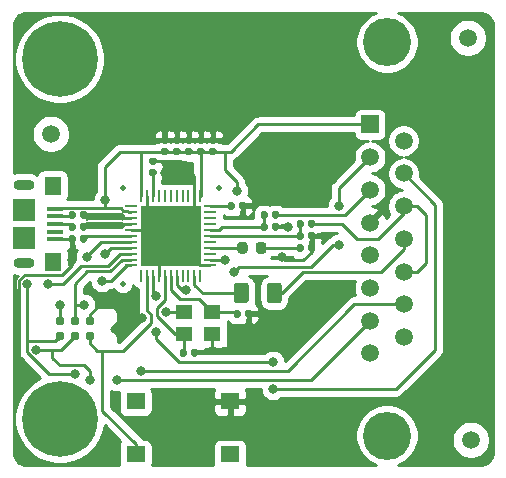
<source format=gbr>
G04 #@! TF.GenerationSoftware,KiCad,Pcbnew,(5.1.6-85-g2d1f6937d)*
G04 #@! TF.CreationDate,2020-10-24T22:50:34-07:00*
G04 #@! TF.ProjectId,3DProUsb,33445072-6f55-4736-922e-6b696361645f,rev?*
G04 #@! TF.SameCoordinates,Original*
G04 #@! TF.FileFunction,Copper,L1,Top*
G04 #@! TF.FilePolarity,Positive*
%FSLAX46Y46*%
G04 Gerber Fmt 4.6, Leading zero omitted, Abs format (unit mm)*
G04 Created by KiCad (PCBNEW (5.1.6-85-g2d1f6937d)) date 2020-10-24 22:50:34*
%MOMM*%
%LPD*%
G01*
G04 APERTURE LIST*
G04 #@! TA.AperFunction,SMDPad,CuDef*
%ADD10R,1.350000X0.400000*%
G04 #@! TD*
G04 #@! TA.AperFunction,SMDPad,CuDef*
%ADD11R,1.400000X1.600000*%
G04 #@! TD*
G04 #@! TA.AperFunction,SMDPad,CuDef*
%ADD12R,1.900000X1.900000*%
G04 #@! TD*
G04 #@! TA.AperFunction,ComponentPad*
%ADD13O,1.800000X0.900000*%
G04 #@! TD*
G04 #@! TA.AperFunction,SMDPad,CuDef*
%ADD14R,0.260000X1.010000*%
G04 #@! TD*
G04 #@! TA.AperFunction,SMDPad,CuDef*
%ADD15R,1.010000X0.260000*%
G04 #@! TD*
G04 #@! TA.AperFunction,SMDPad,CuDef*
%ADD16R,5.200000X5.200000*%
G04 #@! TD*
G04 #@! TA.AperFunction,SMDPad,CuDef*
%ADD17C,1.500000*%
G04 #@! TD*
G04 #@! TA.AperFunction,SMDPad,CuDef*
%ADD18C,0.500000*%
G04 #@! TD*
G04 #@! TA.AperFunction,ComponentPad*
%ADD19C,6.400000*%
G04 #@! TD*
G04 #@! TA.AperFunction,SMDPad,CuDef*
%ADD20R,1.600000X1.400000*%
G04 #@! TD*
G04 #@! TA.AperFunction,SMDPad,CuDef*
%ADD21R,1.400000X1.200000*%
G04 #@! TD*
G04 #@! TA.AperFunction,ComponentPad*
%ADD22R,1.508000X1.508000*%
G04 #@! TD*
G04 #@! TA.AperFunction,ComponentPad*
%ADD23C,1.508000*%
G04 #@! TD*
G04 #@! TA.AperFunction,ComponentPad*
%ADD24C,4.066000*%
G04 #@! TD*
G04 #@! TA.AperFunction,SMDPad,CuDef*
%ADD25C,0.787000*%
G04 #@! TD*
G04 #@! TA.AperFunction,ViaPad*
%ADD26C,0.800000*%
G04 #@! TD*
G04 #@! TA.AperFunction,Conductor*
%ADD27C,0.250000*%
G04 #@! TD*
G04 #@! TA.AperFunction,Conductor*
%ADD28C,0.600000*%
G04 #@! TD*
G04 #@! TA.AperFunction,Conductor*
%ADD29C,0.254000*%
G04 #@! TD*
G04 #@! TA.AperFunction,Conductor*
%ADD30C,0.100000*%
G04 #@! TD*
G04 APERTURE END LIST*
D10*
G04 #@! TO.P,J1,1*
G04 #@! TO.N,VCC*
X69731000Y-84298000D03*
G04 #@! TO.P,J1,2*
G04 #@! TO.N,Net-(J1-Pad2)*
X69731000Y-84948000D03*
G04 #@! TO.P,J1,3*
G04 #@! TO.N,Net-(J1-Pad3)*
X69731000Y-85598000D03*
G04 #@! TO.P,J1,4*
G04 #@! TO.N,Net-(J1-Pad4)*
X69731000Y-86248000D03*
G04 #@! TO.P,J1,5*
G04 #@! TO.N,Earth*
X69731000Y-86898000D03*
D11*
G04 #@! TO.P,J1,S1*
G04 #@! TO.N,Net-(J1-PadS1)*
X69506000Y-82398000D03*
G04 #@! TO.P,J1,S2*
G04 #@! TO.N,Net-(J1-PadS2)*
X69506000Y-88798000D03*
D12*
G04 #@! TO.P,J1,S4*
G04 #@! TO.N,Net-(J1-PadS4)*
X67056000Y-84398000D03*
G04 #@! TO.P,J1,S3*
G04 #@! TO.N,Net-(J1-PadS3)*
X67056000Y-86798000D03*
D13*
G04 #@! TO.P,J1,S5*
G04 #@! TO.N,Net-(J1-PadS5)*
X67056000Y-82298000D03*
G04 #@! TO.P,J1,S6*
G04 #@! TO.N,Net-(J1-PadS6)*
X67056000Y-88898000D03*
G04 #@! TD*
D14*
G04 #@! TO.P,U1,12*
G04 #@! TO.N,Net-(U1-Pad12)*
X77002000Y-89974000D03*
G04 #@! TO.P,U1,13*
G04 #@! TO.N,RST*
X77502000Y-89974000D03*
G04 #@! TO.P,U1,14*
G04 #@! TO.N,VCC*
X78002000Y-89974000D03*
G04 #@! TO.P,U1,15*
G04 #@! TO.N,Earth*
X78502000Y-89974000D03*
G04 #@! TO.P,U1,16*
G04 #@! TO.N,Net-(C7-Pad1)*
X79002000Y-89974000D03*
G04 #@! TO.P,U1,17*
G04 #@! TO.N,Net-(C8-Pad1)*
X79502000Y-89974000D03*
G04 #@! TO.P,U1,18*
G04 #@! TO.N,PB0_PD0*
X80002000Y-89974000D03*
G04 #@! TO.P,U1,19*
G04 #@! TO.N,Net-(U1-Pad19)*
X80502000Y-89974000D03*
G04 #@! TO.P,U1,20*
G04 #@! TO.N,Net-(U1-Pad20)*
X81002000Y-89974000D03*
G04 #@! TO.P,U1,21*
G04 #@! TO.N,PD3*
X81502000Y-89974000D03*
G04 #@! TO.P,U1,22*
G04 #@! TO.N,Net-(U1-Pad22)*
X82002000Y-89974000D03*
G04 #@! TO.P,U1,34*
G04 #@! TO.N,VCC*
X82002000Y-83254000D03*
G04 #@! TO.P,U1,35*
G04 #@! TO.N,Earth*
X81502000Y-83254000D03*
G04 #@! TO.P,U1,36*
G04 #@! TO.N,Net-(U1-Pad36)*
X81002000Y-83254000D03*
G04 #@! TO.P,U1,37*
G04 #@! TO.N,Net-(U1-Pad37)*
X80502000Y-83254000D03*
G04 #@! TO.P,U1,38*
G04 #@! TO.N,Net-(U1-Pad38)*
X80002000Y-83254000D03*
G04 #@! TO.P,U1,39*
G04 #@! TO.N,Net-(U1-Pad39)*
X79502000Y-83254000D03*
G04 #@! TO.P,U1,40*
G04 #@! TO.N,Net-(U1-Pad40)*
X79002000Y-83254000D03*
G04 #@! TO.P,U1,41*
G04 #@! TO.N,Net-(U1-Pad41)*
X78502000Y-83254000D03*
G04 #@! TO.P,U1,42*
G04 #@! TO.N,Net-(C6-Pad1)*
X78002000Y-83254000D03*
G04 #@! TO.P,U1,43*
G04 #@! TO.N,Earth*
X77502000Y-83254000D03*
G04 #@! TO.P,U1,44*
G04 #@! TO.N,VCC*
X77002000Y-83254000D03*
D15*
G04 #@! TO.P,U1,1*
G04 #@! TO.N,Net-(U1-Pad1)*
X76142000Y-84114000D03*
G04 #@! TO.P,U1,2*
G04 #@! TO.N,VCC*
X76142000Y-84614000D03*
G04 #@! TO.P,U1,3*
G04 #@! TO.N,Net-(R2-Pad1)*
X76142000Y-85114000D03*
G04 #@! TO.P,U1,4*
G04 #@! TO.N,Net-(R1-Pad1)*
X76142000Y-85614000D03*
G04 #@! TO.P,U1,5*
G04 #@! TO.N,Earth*
X76142000Y-86114000D03*
G04 #@! TO.P,U1,6*
G04 #@! TO.N,Net-(C11-Pad1)*
X76142000Y-86614000D03*
G04 #@! TO.P,U1,7*
G04 #@! TO.N,VCC*
X76142000Y-87114000D03*
G04 #@! TO.P,U1,8*
G04 #@! TO.N,PB0_PD0*
X76142000Y-87614000D03*
G04 #@! TO.P,U1,9*
G04 #@! TO.N,SCLK*
X76142000Y-88114000D03*
G04 #@! TO.P,U1,10*
G04 #@! TO.N,MOSI*
X76142000Y-88614000D03*
G04 #@! TO.P,U1,11*
G04 #@! TO.N,MISO*
X76142000Y-89114000D03*
G04 #@! TO.P,U1,23*
G04 #@! TO.N,Earth*
X82862000Y-89114000D03*
G04 #@! TO.P,U1,24*
G04 #@! TO.N,VCC*
X82862000Y-88614000D03*
G04 #@! TO.P,U1,25*
G04 #@! TO.N,Net-(U1-Pad25)*
X82862000Y-88114000D03*
G04 #@! TO.P,U1,26*
G04 #@! TO.N,Net-(D1-Pad2)*
X82862000Y-87614000D03*
G04 #@! TO.P,U1,27*
G04 #@! TO.N,Net-(U1-Pad27)*
X82862000Y-87114000D03*
G04 #@! TO.P,U1,28*
G04 #@! TO.N,Net-(C10-Pad1)*
X82862000Y-86614000D03*
G04 #@! TO.P,U1,29*
G04 #@! TO.N,Net-(C9-Pad1)*
X82862000Y-86114000D03*
G04 #@! TO.P,U1,30*
G04 #@! TO.N,Net-(U1-Pad30)*
X82862000Y-85614000D03*
G04 #@! TO.P,U1,31*
G04 #@! TO.N,Net-(U1-Pad31)*
X82862000Y-85114000D03*
G04 #@! TO.P,U1,32*
G04 #@! TO.N,Net-(U1-Pad32)*
X82862000Y-84614000D03*
G04 #@! TO.P,U1,33*
G04 #@! TO.N,Net-(R3-Pad1)*
X82862000Y-84114000D03*
D16*
G04 #@! TO.P,U1,45*
G04 #@! TO.N,Earth*
X79502000Y-86614000D03*
G04 #@! TD*
G04 #@! TO.P,C11,2*
G04 #@! TO.N,Earth*
G04 #@! TA.AperFunction,SMDPad,CuDef*
G36*
G01*
X71438000Y-86695500D02*
X71438000Y-87040500D01*
G75*
G02*
X71290500Y-87188000I-147500J0D01*
G01*
X70995500Y-87188000D01*
G75*
G02*
X70848000Y-87040500I0J147500D01*
G01*
X70848000Y-86695500D01*
G75*
G02*
X70995500Y-86548000I147500J0D01*
G01*
X71290500Y-86548000D01*
G75*
G02*
X71438000Y-86695500I0J-147500D01*
G01*
G37*
G04 #@! TD.AperFunction*
G04 #@! TO.P,C11,1*
G04 #@! TO.N,Net-(C11-Pad1)*
G04 #@! TA.AperFunction,SMDPad,CuDef*
G36*
G01*
X72408000Y-86695500D02*
X72408000Y-87040500D01*
G75*
G02*
X72260500Y-87188000I-147500J0D01*
G01*
X71965500Y-87188000D01*
G75*
G02*
X71818000Y-87040500I0J147500D01*
G01*
X71818000Y-86695500D01*
G75*
G02*
X71965500Y-86548000I147500J0D01*
G01*
X72260500Y-86548000D01*
G75*
G02*
X72408000Y-86695500I0J-147500D01*
G01*
G37*
G04 #@! TD.AperFunction*
G04 #@! TD*
D17*
G04 #@! TO.P,REF\u002A\u002A,*
G04 #@! TO.N,*
X69342000Y-77978000D03*
G04 #@! TD*
G04 #@! TO.P,REF\u002A\u002A,*
G04 #@! TO.N,*
X104902000Y-103886000D03*
G04 #@! TD*
G04 #@! TO.P,REF\u002A\u002A,*
G04 #@! TO.N,*
X104648000Y-69850000D03*
G04 #@! TD*
D18*
G04 #@! TO.P,REF\u002A\u002A,*
G04 #@! TO.N,*
X75438000Y-82550000D03*
G04 #@! TD*
G04 #@! TO.P,REF\u002A\u002A,*
G04 #@! TO.N,*
X75438000Y-90678000D03*
G04 #@! TD*
G04 #@! TO.P,REF\u002A\u002A,*
G04 #@! TO.N,*
X83566000Y-82550000D03*
G04 #@! TD*
D19*
G04 #@! TO.P,REF\u002A\u002A,1*
G04 #@! TO.N,N/C*
X70104000Y-102108000D03*
G04 #@! TD*
G04 #@! TO.P,REF\u002A\u002A,1*
G04 #@! TO.N,N/C*
X70104000Y-71628000D03*
G04 #@! TD*
D20*
G04 #@! TO.P,SW1,3*
G04 #@! TO.N,RST*
X76518000Y-105120000D03*
G04 #@! TO.P,SW1,4*
G04 #@! TO.N,Net-(SW1-Pad4)*
X84518000Y-105120000D03*
G04 #@! TO.P,SW1,1*
G04 #@! TO.N,Net-(SW1-Pad1)*
X76518000Y-100620000D03*
G04 #@! TO.P,SW1,2*
G04 #@! TO.N,Earth*
X84518000Y-100620000D03*
G04 #@! TD*
D21*
G04 #@! TO.P,X1,4*
G04 #@! TO.N,Earth*
X82988000Y-94930000D03*
G04 #@! TO.P,X1,3*
G04 #@! TO.N,Net-(C7-Pad1)*
X80588000Y-94930000D03*
G04 #@! TO.P,X1,2*
G04 #@! TO.N,Earth*
X80588000Y-93030000D03*
G04 #@! TO.P,X1,1*
G04 #@! TO.N,Net-(C8-Pad1)*
X82988000Y-93030000D03*
G04 #@! TD*
G04 #@! TO.P,D1,2*
G04 #@! TO.N,Net-(D1-Pad2)*
G04 #@! TA.AperFunction,SMDPad,CuDef*
G36*
G01*
X86010000Y-87373750D02*
X86010000Y-87886250D01*
G75*
G02*
X85791250Y-88105000I-218750J0D01*
G01*
X85353750Y-88105000D01*
G75*
G02*
X85135000Y-87886250I0J218750D01*
G01*
X85135000Y-87373750D01*
G75*
G02*
X85353750Y-87155000I218750J0D01*
G01*
X85791250Y-87155000D01*
G75*
G02*
X86010000Y-87373750I0J-218750D01*
G01*
G37*
G04 #@! TD.AperFunction*
G04 #@! TO.P,D1,1*
G04 #@! TO.N,Net-(D1-Pad1)*
G04 #@! TA.AperFunction,SMDPad,CuDef*
G36*
G01*
X87585000Y-87373750D02*
X87585000Y-87886250D01*
G75*
G02*
X87366250Y-88105000I-218750J0D01*
G01*
X86928750Y-88105000D01*
G75*
G02*
X86710000Y-87886250I0J218750D01*
G01*
X86710000Y-87373750D01*
G75*
G02*
X86928750Y-87155000I218750J0D01*
G01*
X87366250Y-87155000D01*
G75*
G02*
X87585000Y-87373750I0J-218750D01*
G01*
G37*
G04 #@! TD.AperFunction*
G04 #@! TD*
G04 #@! TO.P,R7,2*
G04 #@! TO.N,Net-(J3-Pad12)*
G04 #@! TA.AperFunction,SMDPad,CuDef*
G36*
G01*
X87643000Y-92065000D02*
X87643000Y-90815000D01*
G75*
G02*
X87893000Y-90565000I250000J0D01*
G01*
X88643000Y-90565000D01*
G75*
G02*
X88893000Y-90815000I0J-250000D01*
G01*
X88893000Y-92065000D01*
G75*
G02*
X88643000Y-92315000I-250000J0D01*
G01*
X87893000Y-92315000D01*
G75*
G02*
X87643000Y-92065000I0J250000D01*
G01*
G37*
G04 #@! TD.AperFunction*
G04 #@! TO.P,R7,1*
G04 #@! TO.N,PD3*
G04 #@! TA.AperFunction,SMDPad,CuDef*
G36*
G01*
X84843000Y-92065000D02*
X84843000Y-90815000D01*
G75*
G02*
X85093000Y-90565000I250000J0D01*
G01*
X85843000Y-90565000D01*
G75*
G02*
X86093000Y-90815000I0J-250000D01*
G01*
X86093000Y-92065000D01*
G75*
G02*
X85843000Y-92315000I-250000J0D01*
G01*
X85093000Y-92315000D01*
G75*
G02*
X84843000Y-92065000I0J250000D01*
G01*
G37*
G04 #@! TD.AperFunction*
G04 #@! TD*
G04 #@! TO.P,R6,2*
G04 #@! TO.N,Net-(J3-Pad11)*
G04 #@! TA.AperFunction,SMDPad,CuDef*
G36*
G01*
X91122000Y-85770500D02*
X91122000Y-85425500D01*
G75*
G02*
X91269500Y-85278000I147500J0D01*
G01*
X91564500Y-85278000D01*
G75*
G02*
X91712000Y-85425500I0J-147500D01*
G01*
X91712000Y-85770500D01*
G75*
G02*
X91564500Y-85918000I-147500J0D01*
G01*
X91269500Y-85918000D01*
G75*
G02*
X91122000Y-85770500I0J147500D01*
G01*
G37*
G04 #@! TD.AperFunction*
G04 #@! TO.P,R6,1*
G04 #@! TO.N,Net-(C10-Pad1)*
G04 #@! TA.AperFunction,SMDPad,CuDef*
G36*
G01*
X90152000Y-85770500D02*
X90152000Y-85425500D01*
G75*
G02*
X90299500Y-85278000I147500J0D01*
G01*
X90594500Y-85278000D01*
G75*
G02*
X90742000Y-85425500I0J-147500D01*
G01*
X90742000Y-85770500D01*
G75*
G02*
X90594500Y-85918000I-147500J0D01*
G01*
X90299500Y-85918000D01*
G75*
G02*
X90152000Y-85770500I0J147500D01*
G01*
G37*
G04 #@! TD.AperFunction*
G04 #@! TD*
G04 #@! TO.P,R5,2*
G04 #@! TO.N,Net-(J3-Pad3)*
G04 #@! TA.AperFunction,SMDPad,CuDef*
G36*
G01*
X88074000Y-85008500D02*
X88074000Y-84663500D01*
G75*
G02*
X88221500Y-84516000I147500J0D01*
G01*
X88516500Y-84516000D01*
G75*
G02*
X88664000Y-84663500I0J-147500D01*
G01*
X88664000Y-85008500D01*
G75*
G02*
X88516500Y-85156000I-147500J0D01*
G01*
X88221500Y-85156000D01*
G75*
G02*
X88074000Y-85008500I0J147500D01*
G01*
G37*
G04 #@! TD.AperFunction*
G04 #@! TO.P,R5,1*
G04 #@! TO.N,Net-(C9-Pad1)*
G04 #@! TA.AperFunction,SMDPad,CuDef*
G36*
G01*
X87104000Y-85008500D02*
X87104000Y-84663500D01*
G75*
G02*
X87251500Y-84516000I147500J0D01*
G01*
X87546500Y-84516000D01*
G75*
G02*
X87694000Y-84663500I0J-147500D01*
G01*
X87694000Y-85008500D01*
G75*
G02*
X87546500Y-85156000I-147500J0D01*
G01*
X87251500Y-85156000D01*
G75*
G02*
X87104000Y-85008500I0J147500D01*
G01*
G37*
G04 #@! TD.AperFunction*
G04 #@! TD*
G04 #@! TO.P,R4,2*
G04 #@! TO.N,Net-(D1-Pad1)*
G04 #@! TA.AperFunction,SMDPad,CuDef*
G36*
G01*
X90742000Y-87457500D02*
X90742000Y-87802500D01*
G75*
G02*
X90594500Y-87950000I-147500J0D01*
G01*
X90299500Y-87950000D01*
G75*
G02*
X90152000Y-87802500I0J147500D01*
G01*
X90152000Y-87457500D01*
G75*
G02*
X90299500Y-87310000I147500J0D01*
G01*
X90594500Y-87310000D01*
G75*
G02*
X90742000Y-87457500I0J-147500D01*
G01*
G37*
G04 #@! TD.AperFunction*
G04 #@! TO.P,R4,1*
G04 #@! TO.N,Earth*
G04 #@! TA.AperFunction,SMDPad,CuDef*
G36*
G01*
X91712000Y-87457500D02*
X91712000Y-87802500D01*
G75*
G02*
X91564500Y-87950000I-147500J0D01*
G01*
X91269500Y-87950000D01*
G75*
G02*
X91122000Y-87802500I0J147500D01*
G01*
X91122000Y-87457500D01*
G75*
G02*
X91269500Y-87310000I147500J0D01*
G01*
X91564500Y-87310000D01*
G75*
G02*
X91712000Y-87457500I0J-147500D01*
G01*
G37*
G04 #@! TD.AperFunction*
G04 #@! TD*
G04 #@! TO.P,R3,2*
G04 #@! TO.N,Earth*
G04 #@! TA.AperFunction,SMDPad,CuDef*
G36*
G01*
X85280000Y-84246500D02*
X85280000Y-83901500D01*
G75*
G02*
X85427500Y-83754000I147500J0D01*
G01*
X85722500Y-83754000D01*
G75*
G02*
X85870000Y-83901500I0J-147500D01*
G01*
X85870000Y-84246500D01*
G75*
G02*
X85722500Y-84394000I-147500J0D01*
G01*
X85427500Y-84394000D01*
G75*
G02*
X85280000Y-84246500I0J147500D01*
G01*
G37*
G04 #@! TD.AperFunction*
G04 #@! TO.P,R3,1*
G04 #@! TO.N,Net-(R3-Pad1)*
G04 #@! TA.AperFunction,SMDPad,CuDef*
G36*
G01*
X84310000Y-84246500D02*
X84310000Y-83901500D01*
G75*
G02*
X84457500Y-83754000I147500J0D01*
G01*
X84752500Y-83754000D01*
G75*
G02*
X84900000Y-83901500I0J-147500D01*
G01*
X84900000Y-84246500D01*
G75*
G02*
X84752500Y-84394000I-147500J0D01*
G01*
X84457500Y-84394000D01*
G75*
G02*
X84310000Y-84246500I0J147500D01*
G01*
G37*
G04 #@! TD.AperFunction*
G04 #@! TD*
G04 #@! TO.P,R2,2*
G04 #@! TO.N,Net-(J1-Pad2)*
G04 #@! TA.AperFunction,SMDPad,CuDef*
G36*
G01*
X71438000Y-84663500D02*
X71438000Y-85008500D01*
G75*
G02*
X71290500Y-85156000I-147500J0D01*
G01*
X70995500Y-85156000D01*
G75*
G02*
X70848000Y-85008500I0J147500D01*
G01*
X70848000Y-84663500D01*
G75*
G02*
X70995500Y-84516000I147500J0D01*
G01*
X71290500Y-84516000D01*
G75*
G02*
X71438000Y-84663500I0J-147500D01*
G01*
G37*
G04 #@! TD.AperFunction*
G04 #@! TO.P,R2,1*
G04 #@! TO.N,Net-(R2-Pad1)*
G04 #@! TA.AperFunction,SMDPad,CuDef*
G36*
G01*
X72408000Y-84663500D02*
X72408000Y-85008500D01*
G75*
G02*
X72260500Y-85156000I-147500J0D01*
G01*
X71965500Y-85156000D01*
G75*
G02*
X71818000Y-85008500I0J147500D01*
G01*
X71818000Y-84663500D01*
G75*
G02*
X71965500Y-84516000I147500J0D01*
G01*
X72260500Y-84516000D01*
G75*
G02*
X72408000Y-84663500I0J-147500D01*
G01*
G37*
G04 #@! TD.AperFunction*
G04 #@! TD*
G04 #@! TO.P,R1,2*
G04 #@! TO.N,Net-(J1-Pad3)*
G04 #@! TA.AperFunction,SMDPad,CuDef*
G36*
G01*
X71438000Y-85679500D02*
X71438000Y-86024500D01*
G75*
G02*
X71290500Y-86172000I-147500J0D01*
G01*
X70995500Y-86172000D01*
G75*
G02*
X70848000Y-86024500I0J147500D01*
G01*
X70848000Y-85679500D01*
G75*
G02*
X70995500Y-85532000I147500J0D01*
G01*
X71290500Y-85532000D01*
G75*
G02*
X71438000Y-85679500I0J-147500D01*
G01*
G37*
G04 #@! TD.AperFunction*
G04 #@! TO.P,R1,1*
G04 #@! TO.N,Net-(R1-Pad1)*
G04 #@! TA.AperFunction,SMDPad,CuDef*
G36*
G01*
X72408000Y-85679500D02*
X72408000Y-86024500D01*
G75*
G02*
X72260500Y-86172000I-147500J0D01*
G01*
X71965500Y-86172000D01*
G75*
G02*
X71818000Y-86024500I0J147500D01*
G01*
X71818000Y-85679500D01*
G75*
G02*
X71965500Y-85532000I147500J0D01*
G01*
X72260500Y-85532000D01*
G75*
G02*
X72408000Y-85679500I0J-147500D01*
G01*
G37*
G04 #@! TD.AperFunction*
G04 #@! TD*
D22*
G04 #@! TO.P,J3,1*
G04 #@! TO.N,VCC*
X96370000Y-77173000D03*
D23*
G04 #@! TO.P,J3,2*
G04 #@! TO.N,PB0_PD0*
X96370000Y-79943000D03*
G04 #@! TO.P,J3,9*
G04 #@! TO.N,Net-(J3-Pad9)*
X99210000Y-78558000D03*
D24*
G04 #@! TO.P,J3,S1*
G04 #@! TO.N,N/C*
X97810000Y-103518000D03*
G04 #@! TO.P,J3,S2*
X97810000Y-70218000D03*
D23*
G04 #@! TO.P,J3,3*
G04 #@! TO.N,Net-(J3-Pad3)*
X96370000Y-82713000D03*
G04 #@! TO.P,J3,4*
G04 #@! TO.N,Earth*
X96370000Y-85483000D03*
G04 #@! TO.P,J3,5*
G04 #@! TO.N,Net-(J3-Pad5)*
X96370000Y-88253000D03*
G04 #@! TO.P,J3,6*
G04 #@! TO.N,Net-(J3-Pad6)*
X96370000Y-91023000D03*
G04 #@! TO.P,J3,7*
G04 #@! TO.N,SCLK*
X96370000Y-93793000D03*
G04 #@! TO.P,J3,8*
G04 #@! TO.N,Net-(J3-Pad8)*
X96370000Y-96563000D03*
G04 #@! TO.P,J3,10*
G04 #@! TO.N,MOSI*
X99210000Y-81328000D03*
G04 #@! TO.P,J3,11*
G04 #@! TO.N,Net-(J3-Pad11)*
X99210000Y-84098000D03*
G04 #@! TO.P,J3,12*
G04 #@! TO.N,Net-(J3-Pad12)*
X99210000Y-86868000D03*
G04 #@! TO.P,J3,13*
G04 #@! TO.N,Net-(J3-Pad11)*
X99210000Y-89638000D03*
G04 #@! TO.P,J3,14*
G04 #@! TO.N,MISO*
X99210000Y-92408000D03*
G04 #@! TO.P,J3,15*
G04 #@! TO.N,Net-(J3-Pad15)*
X99210000Y-95178000D03*
G04 #@! TD*
D25*
G04 #@! TO.P,J2,1*
G04 #@! TO.N,MISO*
X70104000Y-95123000D03*
G04 #@! TO.P,J2,2*
G04 #@! TO.N,VCC*
X70104000Y-93853000D03*
G04 #@! TO.P,J2,3*
G04 #@! TO.N,SCLK*
X71374000Y-95123000D03*
G04 #@! TO.P,J2,4*
G04 #@! TO.N,MOSI*
X71374000Y-93853000D03*
G04 #@! TO.P,J2,5*
G04 #@! TO.N,RST*
X72644000Y-95123000D03*
G04 #@! TO.P,J2,6*
G04 #@! TO.N,Earth*
X72644000Y-93853000D03*
G04 #@! TD*
G04 #@! TO.P,C10,2*
G04 #@! TO.N,Earth*
G04 #@! TA.AperFunction,SMDPad,CuDef*
G36*
G01*
X91122000Y-86786500D02*
X91122000Y-86441500D01*
G75*
G02*
X91269500Y-86294000I147500J0D01*
G01*
X91564500Y-86294000D01*
G75*
G02*
X91712000Y-86441500I0J-147500D01*
G01*
X91712000Y-86786500D01*
G75*
G02*
X91564500Y-86934000I-147500J0D01*
G01*
X91269500Y-86934000D01*
G75*
G02*
X91122000Y-86786500I0J147500D01*
G01*
G37*
G04 #@! TD.AperFunction*
G04 #@! TO.P,C10,1*
G04 #@! TO.N,Net-(C10-Pad1)*
G04 #@! TA.AperFunction,SMDPad,CuDef*
G36*
G01*
X90152000Y-86786500D02*
X90152000Y-86441500D01*
G75*
G02*
X90299500Y-86294000I147500J0D01*
G01*
X90594500Y-86294000D01*
G75*
G02*
X90742000Y-86441500I0J-147500D01*
G01*
X90742000Y-86786500D01*
G75*
G02*
X90594500Y-86934000I-147500J0D01*
G01*
X90299500Y-86934000D01*
G75*
G02*
X90152000Y-86786500I0J147500D01*
G01*
G37*
G04 #@! TD.AperFunction*
G04 #@! TD*
G04 #@! TO.P,C9,2*
G04 #@! TO.N,Earth*
G04 #@! TA.AperFunction,SMDPad,CuDef*
G36*
G01*
X88074000Y-86024500D02*
X88074000Y-85679500D01*
G75*
G02*
X88221500Y-85532000I147500J0D01*
G01*
X88516500Y-85532000D01*
G75*
G02*
X88664000Y-85679500I0J-147500D01*
G01*
X88664000Y-86024500D01*
G75*
G02*
X88516500Y-86172000I-147500J0D01*
G01*
X88221500Y-86172000D01*
G75*
G02*
X88074000Y-86024500I0J147500D01*
G01*
G37*
G04 #@! TD.AperFunction*
G04 #@! TO.P,C9,1*
G04 #@! TO.N,Net-(C9-Pad1)*
G04 #@! TA.AperFunction,SMDPad,CuDef*
G36*
G01*
X87104000Y-86024500D02*
X87104000Y-85679500D01*
G75*
G02*
X87251500Y-85532000I147500J0D01*
G01*
X87546500Y-85532000D01*
G75*
G02*
X87694000Y-85679500I0J-147500D01*
G01*
X87694000Y-86024500D01*
G75*
G02*
X87546500Y-86172000I-147500J0D01*
G01*
X87251500Y-86172000D01*
G75*
G02*
X87104000Y-86024500I0J147500D01*
G01*
G37*
G04 #@! TD.AperFunction*
G04 #@! TD*
G04 #@! TO.P,C8,2*
G04 #@! TO.N,Earth*
G04 #@! TA.AperFunction,SMDPad,CuDef*
G36*
G01*
X85788000Y-93390500D02*
X85788000Y-93045500D01*
G75*
G02*
X85935500Y-92898000I147500J0D01*
G01*
X86230500Y-92898000D01*
G75*
G02*
X86378000Y-93045500I0J-147500D01*
G01*
X86378000Y-93390500D01*
G75*
G02*
X86230500Y-93538000I-147500J0D01*
G01*
X85935500Y-93538000D01*
G75*
G02*
X85788000Y-93390500I0J147500D01*
G01*
G37*
G04 #@! TD.AperFunction*
G04 #@! TO.P,C8,1*
G04 #@! TO.N,Net-(C8-Pad1)*
G04 #@! TA.AperFunction,SMDPad,CuDef*
G36*
G01*
X84818000Y-93390500D02*
X84818000Y-93045500D01*
G75*
G02*
X84965500Y-92898000I147500J0D01*
G01*
X85260500Y-92898000D01*
G75*
G02*
X85408000Y-93045500I0J-147500D01*
G01*
X85408000Y-93390500D01*
G75*
G02*
X85260500Y-93538000I-147500J0D01*
G01*
X84965500Y-93538000D01*
G75*
G02*
X84818000Y-93390500I0J147500D01*
G01*
G37*
G04 #@! TD.AperFunction*
G04 #@! TD*
G04 #@! TO.P,C7,2*
G04 #@! TO.N,Earth*
G04 #@! TA.AperFunction,SMDPad,CuDef*
G36*
G01*
X81216000Y-96692500D02*
X81216000Y-96347500D01*
G75*
G02*
X81363500Y-96200000I147500J0D01*
G01*
X81658500Y-96200000D01*
G75*
G02*
X81806000Y-96347500I0J-147500D01*
G01*
X81806000Y-96692500D01*
G75*
G02*
X81658500Y-96840000I-147500J0D01*
G01*
X81363500Y-96840000D01*
G75*
G02*
X81216000Y-96692500I0J147500D01*
G01*
G37*
G04 #@! TD.AperFunction*
G04 #@! TO.P,C7,1*
G04 #@! TO.N,Net-(C7-Pad1)*
G04 #@! TA.AperFunction,SMDPad,CuDef*
G36*
G01*
X80246000Y-96692500D02*
X80246000Y-96347500D01*
G75*
G02*
X80393500Y-96200000I147500J0D01*
G01*
X80688500Y-96200000D01*
G75*
G02*
X80836000Y-96347500I0J-147500D01*
G01*
X80836000Y-96692500D01*
G75*
G02*
X80688500Y-96840000I-147500J0D01*
G01*
X80393500Y-96840000D01*
G75*
G02*
X80246000Y-96692500I0J147500D01*
G01*
G37*
G04 #@! TD.AperFunction*
G04 #@! TD*
G04 #@! TO.P,C6,2*
G04 #@! TO.N,Earth*
G04 #@! TA.AperFunction,SMDPad,CuDef*
G36*
G01*
X78150500Y-80582000D02*
X77805500Y-80582000D01*
G75*
G02*
X77658000Y-80434500I0J147500D01*
G01*
X77658000Y-80139500D01*
G75*
G02*
X77805500Y-79992000I147500J0D01*
G01*
X78150500Y-79992000D01*
G75*
G02*
X78298000Y-80139500I0J-147500D01*
G01*
X78298000Y-80434500D01*
G75*
G02*
X78150500Y-80582000I-147500J0D01*
G01*
G37*
G04 #@! TD.AperFunction*
G04 #@! TO.P,C6,1*
G04 #@! TO.N,Net-(C6-Pad1)*
G04 #@! TA.AperFunction,SMDPad,CuDef*
G36*
G01*
X78150500Y-81552000D02*
X77805500Y-81552000D01*
G75*
G02*
X77658000Y-81404500I0J147500D01*
G01*
X77658000Y-81109500D01*
G75*
G02*
X77805500Y-80962000I147500J0D01*
G01*
X78150500Y-80962000D01*
G75*
G02*
X78298000Y-81109500I0J-147500D01*
G01*
X78298000Y-81404500D01*
G75*
G02*
X78150500Y-81552000I-147500J0D01*
G01*
G37*
G04 #@! TD.AperFunction*
G04 #@! TD*
G04 #@! TO.P,C5,2*
G04 #@! TO.N,Earth*
G04 #@! TA.AperFunction,SMDPad,CuDef*
G36*
G01*
X83230500Y-78804000D02*
X82885500Y-78804000D01*
G75*
G02*
X82738000Y-78656500I0J147500D01*
G01*
X82738000Y-78361500D01*
G75*
G02*
X82885500Y-78214000I147500J0D01*
G01*
X83230500Y-78214000D01*
G75*
G02*
X83378000Y-78361500I0J-147500D01*
G01*
X83378000Y-78656500D01*
G75*
G02*
X83230500Y-78804000I-147500J0D01*
G01*
G37*
G04 #@! TD.AperFunction*
G04 #@! TO.P,C5,1*
G04 #@! TO.N,VCC*
G04 #@! TA.AperFunction,SMDPad,CuDef*
G36*
G01*
X83230500Y-79774000D02*
X82885500Y-79774000D01*
G75*
G02*
X82738000Y-79626500I0J147500D01*
G01*
X82738000Y-79331500D01*
G75*
G02*
X82885500Y-79184000I147500J0D01*
G01*
X83230500Y-79184000D01*
G75*
G02*
X83378000Y-79331500I0J-147500D01*
G01*
X83378000Y-79626500D01*
G75*
G02*
X83230500Y-79774000I-147500J0D01*
G01*
G37*
G04 #@! TD.AperFunction*
G04 #@! TD*
G04 #@! TO.P,C4,2*
G04 #@! TO.N,Earth*
G04 #@! TA.AperFunction,SMDPad,CuDef*
G36*
G01*
X82214500Y-78804000D02*
X81869500Y-78804000D01*
G75*
G02*
X81722000Y-78656500I0J147500D01*
G01*
X81722000Y-78361500D01*
G75*
G02*
X81869500Y-78214000I147500J0D01*
G01*
X82214500Y-78214000D01*
G75*
G02*
X82362000Y-78361500I0J-147500D01*
G01*
X82362000Y-78656500D01*
G75*
G02*
X82214500Y-78804000I-147500J0D01*
G01*
G37*
G04 #@! TD.AperFunction*
G04 #@! TO.P,C4,1*
G04 #@! TO.N,VCC*
G04 #@! TA.AperFunction,SMDPad,CuDef*
G36*
G01*
X82214500Y-79774000D02*
X81869500Y-79774000D01*
G75*
G02*
X81722000Y-79626500I0J147500D01*
G01*
X81722000Y-79331500D01*
G75*
G02*
X81869500Y-79184000I147500J0D01*
G01*
X82214500Y-79184000D01*
G75*
G02*
X82362000Y-79331500I0J-147500D01*
G01*
X82362000Y-79626500D01*
G75*
G02*
X82214500Y-79774000I-147500J0D01*
G01*
G37*
G04 #@! TD.AperFunction*
G04 #@! TD*
G04 #@! TO.P,C3,2*
G04 #@! TO.N,Earth*
G04 #@! TA.AperFunction,SMDPad,CuDef*
G36*
G01*
X81198500Y-78804000D02*
X80853500Y-78804000D01*
G75*
G02*
X80706000Y-78656500I0J147500D01*
G01*
X80706000Y-78361500D01*
G75*
G02*
X80853500Y-78214000I147500J0D01*
G01*
X81198500Y-78214000D01*
G75*
G02*
X81346000Y-78361500I0J-147500D01*
G01*
X81346000Y-78656500D01*
G75*
G02*
X81198500Y-78804000I-147500J0D01*
G01*
G37*
G04 #@! TD.AperFunction*
G04 #@! TO.P,C3,1*
G04 #@! TO.N,VCC*
G04 #@! TA.AperFunction,SMDPad,CuDef*
G36*
G01*
X81198500Y-79774000D02*
X80853500Y-79774000D01*
G75*
G02*
X80706000Y-79626500I0J147500D01*
G01*
X80706000Y-79331500D01*
G75*
G02*
X80853500Y-79184000I147500J0D01*
G01*
X81198500Y-79184000D01*
G75*
G02*
X81346000Y-79331500I0J-147500D01*
G01*
X81346000Y-79626500D01*
G75*
G02*
X81198500Y-79774000I-147500J0D01*
G01*
G37*
G04 #@! TD.AperFunction*
G04 #@! TD*
G04 #@! TO.P,C2,2*
G04 #@! TO.N,Earth*
G04 #@! TA.AperFunction,SMDPad,CuDef*
G36*
G01*
X80182500Y-78804000D02*
X79837500Y-78804000D01*
G75*
G02*
X79690000Y-78656500I0J147500D01*
G01*
X79690000Y-78361500D01*
G75*
G02*
X79837500Y-78214000I147500J0D01*
G01*
X80182500Y-78214000D01*
G75*
G02*
X80330000Y-78361500I0J-147500D01*
G01*
X80330000Y-78656500D01*
G75*
G02*
X80182500Y-78804000I-147500J0D01*
G01*
G37*
G04 #@! TD.AperFunction*
G04 #@! TO.P,C2,1*
G04 #@! TO.N,VCC*
G04 #@! TA.AperFunction,SMDPad,CuDef*
G36*
G01*
X80182500Y-79774000D02*
X79837500Y-79774000D01*
G75*
G02*
X79690000Y-79626500I0J147500D01*
G01*
X79690000Y-79331500D01*
G75*
G02*
X79837500Y-79184000I147500J0D01*
G01*
X80182500Y-79184000D01*
G75*
G02*
X80330000Y-79331500I0J-147500D01*
G01*
X80330000Y-79626500D01*
G75*
G02*
X80182500Y-79774000I-147500J0D01*
G01*
G37*
G04 #@! TD.AperFunction*
G04 #@! TD*
G04 #@! TO.P,C1,2*
G04 #@! TO.N,Earth*
G04 #@! TA.AperFunction,SMDPad,CuDef*
G36*
G01*
X79166500Y-78804000D02*
X78821500Y-78804000D01*
G75*
G02*
X78674000Y-78656500I0J147500D01*
G01*
X78674000Y-78361500D01*
G75*
G02*
X78821500Y-78214000I147500J0D01*
G01*
X79166500Y-78214000D01*
G75*
G02*
X79314000Y-78361500I0J-147500D01*
G01*
X79314000Y-78656500D01*
G75*
G02*
X79166500Y-78804000I-147500J0D01*
G01*
G37*
G04 #@! TD.AperFunction*
G04 #@! TO.P,C1,1*
G04 #@! TO.N,VCC*
G04 #@! TA.AperFunction,SMDPad,CuDef*
G36*
G01*
X79166500Y-79774000D02*
X78821500Y-79774000D01*
G75*
G02*
X78674000Y-79626500I0J147500D01*
G01*
X78674000Y-79331500D01*
G75*
G02*
X78821500Y-79184000I147500J0D01*
G01*
X79166500Y-79184000D01*
G75*
G02*
X79314000Y-79331500I0J-147500D01*
G01*
X79314000Y-79626500D01*
G75*
G02*
X79166500Y-79774000I-147500J0D01*
G01*
G37*
G04 #@! TD.AperFunction*
G04 #@! TD*
D26*
G04 #@! TO.N,Earth*
X66802000Y-98806000D03*
X71120000Y-88646000D03*
X77089000Y-93599000D03*
X78994000Y-81280000D03*
X79060000Y-93030000D03*
X89408000Y-85852000D03*
X88900000Y-88392000D03*
X91948000Y-92710000D03*
X89408000Y-82804000D03*
X80518000Y-102616000D03*
X85344000Y-95250000D03*
G04 #@! TO.N,VCC*
X78232000Y-91694000D03*
X70104000Y-92456000D03*
X72390000Y-88392000D03*
X73914000Y-83566000D03*
X84106000Y-88614000D03*
X85090000Y-82804000D03*
G04 #@! TO.N,MISO*
X73660000Y-90424000D03*
X67310000Y-90678000D03*
X71374000Y-98298000D03*
X76962000Y-98044000D03*
G04 #@! TO.N,SCLK*
X69088000Y-90678000D03*
X68072000Y-96266000D03*
X74930000Y-98806000D03*
X72644000Y-98806000D03*
G04 #@! TO.N,MOSI*
X72136000Y-92456000D03*
X78232000Y-94742000D03*
X88138000Y-97282000D03*
X88138000Y-99568000D03*
G04 #@! TO.N,PB0_PD0*
X73914000Y-88138000D03*
X80772000Y-91186000D03*
X84836000Y-89662000D03*
X93726000Y-87376000D03*
X93726000Y-84074000D03*
G04 #@! TD*
D27*
G04 #@! TO.N,Earth*
X77502000Y-84614000D02*
X79502000Y-86614000D01*
X77502000Y-83254000D02*
X77502000Y-84614000D01*
X81502000Y-84614000D02*
X79502000Y-86614000D01*
X81502000Y-83254000D02*
X81502000Y-84614000D01*
X79002000Y-86114000D02*
X79502000Y-86614000D01*
X76142000Y-86114000D02*
X79002000Y-86114000D01*
X78502000Y-87614000D02*
X79502000Y-86614000D01*
X78502000Y-89974000D02*
X78502000Y-87614000D01*
X82002000Y-89114000D02*
X79502000Y-86614000D01*
X82862000Y-89114000D02*
X82002000Y-89114000D01*
X77978000Y-80287000D02*
X80287000Y-80287000D01*
X81502000Y-81502000D02*
X81502000Y-83254000D01*
X80287000Y-80287000D02*
X81502000Y-81502000D01*
X73289008Y-92651499D02*
X76141499Y-92651499D01*
X72644000Y-93296507D02*
X73289008Y-92651499D01*
X72644000Y-93853000D02*
X72644000Y-93296507D01*
X76141499Y-92651499D02*
X77089000Y-93599000D01*
X77089000Y-93599000D02*
X77216000Y-93726000D01*
X80588000Y-93030000D02*
X79060000Y-93030000D01*
X79060000Y-93030000D02*
X79060000Y-93030000D01*
X88369000Y-85852000D02*
X89408000Y-85852000D01*
X89408000Y-85852000D02*
X89408000Y-85852000D01*
X91417000Y-87950000D02*
X90721000Y-88646000D01*
X91417000Y-87630000D02*
X91417000Y-87950000D01*
X90721000Y-88646000D02*
X89154000Y-88646000D01*
X89154000Y-88646000D02*
X88900000Y-88392000D01*
X88900000Y-88392000D02*
X88900000Y-88392000D01*
X85575000Y-84074000D02*
X86360000Y-84074000D01*
X86360000Y-84074000D02*
X87630000Y-82804000D01*
X87630000Y-82804000D02*
X89408000Y-82804000D01*
X89408000Y-82804000D02*
X89408000Y-82804000D01*
X82988000Y-94930000D02*
X82988000Y-96336000D01*
X82804000Y-96520000D02*
X81511000Y-96520000D01*
X82988000Y-96336000D02*
X82804000Y-96520000D01*
X71120000Y-89089002D02*
X71120000Y-88646000D01*
X70293002Y-89916000D02*
X71120000Y-89089002D01*
X66684999Y-98688999D02*
X66802000Y-98806000D01*
X66684999Y-90377999D02*
X66684999Y-98688999D01*
X67146998Y-89916000D02*
X66684999Y-90377999D01*
X70293002Y-89916000D02*
X67146998Y-89916000D01*
X71113000Y-86898000D02*
X71143000Y-86868000D01*
X69731000Y-86898000D02*
X71113000Y-86898000D01*
X71143000Y-88623000D02*
X71120000Y-88646000D01*
X71143000Y-86868000D02*
X71143000Y-88623000D01*
G04 #@! TO.N,VCC*
X78763000Y-79479000D02*
X83058000Y-79479000D01*
X78740000Y-79502000D02*
X78763000Y-79479000D01*
X82042000Y-83214000D02*
X82002000Y-83254000D01*
X82042000Y-79479000D02*
X82042000Y-83214000D01*
X77002000Y-79542000D02*
X76962000Y-79502000D01*
X77002000Y-83254000D02*
X77002000Y-79542000D01*
X76962000Y-79502000D02*
X78740000Y-79502000D01*
X78002000Y-89974000D02*
X78002000Y-91464000D01*
X78002000Y-91464000D02*
X78232000Y-91694000D01*
X78232000Y-91694000D02*
X78232000Y-91694000D01*
X70104000Y-92456000D02*
X70104000Y-93853000D01*
X72390000Y-88341232D02*
X72390000Y-88392000D01*
X73617232Y-87114000D02*
X72390000Y-88341232D01*
X76142000Y-87114000D02*
X73617232Y-87114000D01*
X83058000Y-79479000D02*
X83378000Y-79479000D01*
X86911000Y-77173000D02*
X96370000Y-77173000D01*
X84605000Y-79479000D02*
X86911000Y-77173000D01*
X82862000Y-88614000D02*
X84106000Y-88614000D01*
X85090000Y-82804000D02*
X85090000Y-82042000D01*
X84097000Y-81049000D02*
X84097000Y-79479000D01*
X85090000Y-82042000D02*
X84097000Y-81049000D01*
X84097000Y-79479000D02*
X84605000Y-79479000D01*
X83058000Y-79479000D02*
X84097000Y-79479000D01*
X69731000Y-84298000D02*
X69738010Y-84290990D01*
X73914000Y-83566000D02*
X73914000Y-84253980D01*
X73914000Y-84253980D02*
X73876990Y-84290990D01*
X73876990Y-84290990D02*
X75278988Y-84290990D01*
X69738010Y-84290990D02*
X73876990Y-84290990D01*
X75184000Y-79502000D02*
X76962000Y-79502000D01*
X73914000Y-80772000D02*
X75184000Y-79502000D01*
X73914000Y-83566000D02*
X73914000Y-80772000D01*
X75456999Y-84469001D02*
X75278988Y-84290990D01*
X75833001Y-84469001D02*
X75456999Y-84469001D01*
X75978000Y-84614000D02*
X75833001Y-84469001D01*
X76142000Y-84614000D02*
X75978000Y-84614000D01*
G04 #@! TO.N,Net-(C6-Pad1)*
X77978000Y-83230000D02*
X78002000Y-83254000D01*
X77978000Y-81257000D02*
X77978000Y-83230000D01*
G04 #@! TO.N,Net-(C7-Pad1)*
X80558999Y-94959001D02*
X80588000Y-94930000D01*
X80588000Y-96473000D02*
X80541000Y-96520000D01*
X80588000Y-94930000D02*
X80588000Y-96473000D01*
X78334999Y-93378001D02*
X79886998Y-94930000D01*
X78334999Y-92681999D02*
X78334999Y-93378001D01*
X79886998Y-94930000D02*
X80588000Y-94930000D01*
X79002000Y-92014998D02*
X78334999Y-92681999D01*
X79002000Y-89974000D02*
X79002000Y-92014998D01*
G04 #@! TO.N,Net-(C8-Pad1)*
X79502000Y-89974000D02*
X79502000Y-91186000D01*
X79502000Y-91186000D02*
X80264000Y-91948000D01*
X81906000Y-91948000D02*
X82988000Y-93030000D01*
X80264000Y-91948000D02*
X81906000Y-91948000D01*
X84925000Y-93030000D02*
X85113000Y-93218000D01*
X82988000Y-93030000D02*
X84925000Y-93030000D01*
G04 #@! TO.N,Net-(C9-Pad1)*
X83879000Y-85852000D02*
X87399000Y-85852000D01*
X83617000Y-86114000D02*
X83879000Y-85852000D01*
X82862000Y-86114000D02*
X83617000Y-86114000D01*
X87399000Y-85852000D02*
X87399000Y-84836000D01*
G04 #@! TO.N,Net-(C10-Pad1)*
X82862000Y-86614000D02*
X90447000Y-86614000D01*
X90447000Y-86614000D02*
X90447000Y-85598000D01*
G04 #@! TO.N,Net-(D1-Pad2)*
X83633000Y-87630000D02*
X85572500Y-87630000D01*
X83617000Y-87614000D02*
X83633000Y-87630000D01*
X82862000Y-87614000D02*
X83617000Y-87614000D01*
G04 #@! TO.N,Net-(D1-Pad1)*
X87147500Y-87630000D02*
X90447000Y-87630000D01*
G04 #@! TO.N,Net-(J1-Pad2)*
X71031000Y-84948000D02*
X71143000Y-84836000D01*
X69731000Y-84948000D02*
X71031000Y-84948000D01*
G04 #@! TO.N,Net-(J1-Pad3)*
X70889000Y-85598000D02*
X71143000Y-85852000D01*
X69731000Y-85598000D02*
X70889000Y-85598000D01*
G04 #@! TO.N,MISO*
X69918499Y-95308501D02*
X70104000Y-95123000D01*
X74457000Y-90424000D02*
X73660000Y-90424000D01*
X75767000Y-89114000D02*
X74457000Y-90424000D01*
X76142000Y-89114000D02*
X75767000Y-89114000D01*
X71374000Y-98298000D02*
X71374000Y-98298000D01*
X76962000Y-98044000D02*
X89408000Y-98044000D01*
X95044000Y-92408000D02*
X99210000Y-92408000D01*
X89408000Y-98044000D02*
X95044000Y-92408000D01*
X69178998Y-98298000D02*
X71374000Y-98298000D01*
X67310000Y-96429002D02*
X69178998Y-98298000D01*
X69710501Y-95516499D02*
X67322499Y-95516499D01*
X70104000Y-95123000D02*
X69710501Y-95516499D01*
X67322499Y-95516499D02*
X67310000Y-95504000D01*
X67310000Y-95504000D02*
X67310000Y-96429002D01*
X67310000Y-90678000D02*
X67310000Y-95504000D01*
G04 #@! TO.N,SCLK*
X69088000Y-90678000D02*
X69088000Y-90678000D01*
X74166590Y-89152590D02*
X71883410Y-89152590D01*
X70358000Y-90678000D02*
X69088000Y-90678000D01*
X71883410Y-89152590D02*
X70358000Y-90678000D01*
X75205180Y-88114000D02*
X74166590Y-89152590D01*
X76142000Y-88114000D02*
X75205180Y-88114000D01*
X96370000Y-93793000D02*
X91357000Y-98806000D01*
X91357000Y-98806000D02*
X74930000Y-98806000D01*
X74930000Y-98806000D02*
X74930000Y-98806000D01*
X72644000Y-98806000D02*
X72644000Y-98044000D01*
X72644000Y-98044000D02*
X72136000Y-97536000D01*
X72136000Y-97536000D02*
X70104000Y-97536000D01*
X70104000Y-97536000D02*
X69487999Y-96919999D01*
X70231000Y-96266000D02*
X71374000Y-95123000D01*
X69487999Y-96374001D02*
X69596000Y-96266000D01*
X69487999Y-96919999D02*
X69487999Y-96374001D01*
X69596000Y-96266000D02*
X70231000Y-96266000D01*
X68072000Y-96266000D02*
X69596000Y-96266000D01*
G04 #@! TO.N,MOSI*
X72449400Y-89602600D02*
X71374000Y-90678000D01*
X74352990Y-89602600D02*
X72449400Y-89602600D01*
X75341590Y-88614000D02*
X74352990Y-89602600D01*
X76142000Y-88614000D02*
X75341590Y-88614000D01*
X71374000Y-92456000D02*
X72136000Y-92456000D01*
X71374000Y-90678000D02*
X71374000Y-92456000D01*
X71374000Y-92456000D02*
X71374000Y-93853000D01*
X72136000Y-92456000D02*
X72136000Y-92456000D01*
X78232000Y-95307685D02*
X80206315Y-97282000D01*
X78232000Y-94742000D02*
X78232000Y-95307685D01*
X80206315Y-97282000D02*
X88138000Y-97282000D01*
X88138000Y-97282000D02*
X88138000Y-97282000D01*
X101854000Y-83972000D02*
X99210000Y-81328000D01*
X101854000Y-96266000D02*
X101854000Y-83972000D01*
X98552000Y-99568000D02*
X101854000Y-96266000D01*
X88138000Y-99568000D02*
X98552000Y-99568000D01*
G04 #@! TO.N,RST*
X72644000Y-95679493D02*
X73289008Y-96324501D01*
X72644000Y-95123000D02*
X72644000Y-95679493D01*
X73289008Y-96324501D02*
X73718501Y-96324501D01*
X76518000Y-105120000D02*
X76518000Y-104204000D01*
X73718501Y-101404501D02*
X73718501Y-96324501D01*
X76518000Y-104204000D02*
X73718501Y-101404501D01*
X77814001Y-93947001D02*
X75436501Y-96324501D01*
X77814001Y-93250999D02*
X77814001Y-93947001D01*
X75436501Y-96324501D02*
X73718501Y-96324501D01*
X77502000Y-92938998D02*
X77814001Y-93250999D01*
X77502000Y-89974000D02*
X77502000Y-92938998D01*
G04 #@! TO.N,Net-(J3-Pad3)*
X96370000Y-82713000D02*
X94247000Y-84836000D01*
X94247000Y-84836000D02*
X88369000Y-84836000D01*
G04 #@! TO.N,Net-(J3-Pad11)*
X99210000Y-84098000D02*
X100354000Y-84098000D01*
X100354000Y-84098000D02*
X101092000Y-84836000D01*
X101092000Y-84836000D02*
X101092000Y-88900000D01*
X100354000Y-89638000D02*
X99210000Y-89638000D01*
X101092000Y-88900000D02*
X100354000Y-89638000D01*
X91417000Y-85598000D02*
X93980000Y-85598000D01*
X93980000Y-85598000D02*
X95250000Y-86868000D01*
X95250000Y-86868000D02*
X97028000Y-86868000D01*
X99210000Y-84686000D02*
X99210000Y-84098000D01*
X97028000Y-86868000D02*
X99210000Y-84686000D01*
G04 #@! TO.N,Net-(J3-Pad12)*
X99210000Y-87009922D02*
X99210000Y-86868000D01*
X88900000Y-91440000D02*
X90678000Y-89662000D01*
X88268000Y-91440000D02*
X88900000Y-91440000D01*
X90678000Y-89662000D02*
X97282000Y-89662000D01*
X99210000Y-87734000D02*
X99210000Y-86868000D01*
X97282000Y-89662000D02*
X99210000Y-87734000D01*
G04 #@! TO.N,Net-(R1-Pad1)*
X72113000Y-85852000D02*
X72229600Y-85852000D01*
D28*
X72438260Y-85718340D02*
X75302260Y-85718340D01*
D27*
X75381600Y-85614000D02*
X75302260Y-85693340D01*
X76142000Y-85614000D02*
X75381600Y-85614000D01*
D28*
G04 #@! TO.N,Net-(R2-Pad1)*
X72438260Y-84968340D02*
X75302260Y-84968340D01*
D27*
X75411600Y-85114000D02*
X75382260Y-85143340D01*
X72438260Y-85143340D02*
X72420340Y-85143340D01*
X72130920Y-84836000D02*
X72438260Y-85143340D01*
X72113000Y-84836000D02*
X72130920Y-84836000D01*
X75382260Y-85084660D02*
X75411600Y-85114000D01*
X75422920Y-85114000D02*
X75302260Y-84993340D01*
X76142000Y-85114000D02*
X75422920Y-85114000D01*
G04 #@! TO.N,Net-(R3-Pad1)*
X84565000Y-84114000D02*
X84605000Y-84074000D01*
X82862000Y-84114000D02*
X84565000Y-84114000D01*
G04 #@! TO.N,PD3*
X82213000Y-91440000D02*
X85468000Y-91440000D01*
X81502000Y-90729000D02*
X82213000Y-91440000D01*
X81502000Y-89974000D02*
X81502000Y-90729000D01*
G04 #@! TO.N,PB0_PD0*
X74438000Y-87614000D02*
X73914000Y-88138000D01*
X76142000Y-87614000D02*
X74438000Y-87614000D01*
X80002000Y-90729000D02*
X80459000Y-91186000D01*
X80002000Y-89974000D02*
X80002000Y-90729000D01*
X80459000Y-91186000D02*
X80772000Y-91186000D01*
X80772000Y-91186000D02*
X80772000Y-91186000D01*
X85286010Y-89211990D02*
X91382010Y-89211990D01*
X84836000Y-89662000D02*
X85286010Y-89211990D01*
X91382010Y-89211990D02*
X93218000Y-87376000D01*
X93218000Y-87376000D02*
X93726000Y-87376000D01*
X93726000Y-87376000D02*
X93726000Y-87376000D01*
X93726000Y-82587000D02*
X96370000Y-79943000D01*
X93726000Y-84074000D02*
X93726000Y-82587000D01*
G04 #@! TO.N,Net-(C11-Pad1)*
X72367000Y-86614000D02*
X76142000Y-86614000D01*
X72113000Y-86868000D02*
X72367000Y-86614000D01*
G04 #@! TD*
D29*
G04 #@! TO.N,Earth*
X66393303Y-89967300D02*
X66542313Y-89981976D01*
X66506063Y-90018226D01*
X66392795Y-90187744D01*
X66314774Y-90376102D01*
X66275000Y-90576061D01*
X66275000Y-90779939D01*
X66314774Y-90979898D01*
X66392795Y-91168256D01*
X66506063Y-91337774D01*
X66550000Y-91381711D01*
X66550001Y-95466658D01*
X66550000Y-95466668D01*
X66550000Y-95466678D01*
X66546324Y-95504000D01*
X66550000Y-95541323D01*
X66550001Y-96391670D01*
X66546324Y-96429002D01*
X66550001Y-96466335D01*
X66554335Y-96510333D01*
X66560998Y-96577987D01*
X66604454Y-96721248D01*
X66675026Y-96853278D01*
X66729783Y-96919999D01*
X66770000Y-96969003D01*
X66798998Y-96992801D01*
X68448820Y-98642624D01*
X68287446Y-98709467D01*
X67659330Y-99129161D01*
X67125161Y-99663330D01*
X66705467Y-100291446D01*
X66416377Y-100989372D01*
X66269000Y-101730285D01*
X66269000Y-102485715D01*
X66416377Y-103226628D01*
X66705467Y-103924554D01*
X67125161Y-104552670D01*
X67659330Y-105086839D01*
X68287446Y-105506533D01*
X68985372Y-105795623D01*
X69726285Y-105943000D01*
X70481715Y-105943000D01*
X71222628Y-105795623D01*
X71920554Y-105506533D01*
X72548670Y-105086839D01*
X73082839Y-104552670D01*
X73502533Y-103924554D01*
X73791623Y-103226628D01*
X73903481Y-102664282D01*
X75240310Y-104001112D01*
X75187463Y-104065506D01*
X75128498Y-104175820D01*
X75092188Y-104295518D01*
X75079928Y-104420000D01*
X75079928Y-105820000D01*
X75092188Y-105944482D01*
X75115096Y-106020000D01*
X67342279Y-106020000D01*
X67093460Y-105995603D01*
X66885170Y-105932717D01*
X66693062Y-105830572D01*
X66524446Y-105693052D01*
X66385760Y-105525409D01*
X66282275Y-105334017D01*
X66217934Y-105126166D01*
X66192000Y-104879419D01*
X66192000Y-89906236D01*
X66393303Y-89967300D01*
G04 #@! TA.AperFunction,Conductor*
D30*
G36*
X66393303Y-89967300D02*
G01*
X66542313Y-89981976D01*
X66506063Y-90018226D01*
X66392795Y-90187744D01*
X66314774Y-90376102D01*
X66275000Y-90576061D01*
X66275000Y-90779939D01*
X66314774Y-90979898D01*
X66392795Y-91168256D01*
X66506063Y-91337774D01*
X66550000Y-91381711D01*
X66550001Y-95466658D01*
X66550000Y-95466668D01*
X66550000Y-95466678D01*
X66546324Y-95504000D01*
X66550000Y-95541323D01*
X66550001Y-96391670D01*
X66546324Y-96429002D01*
X66550001Y-96466335D01*
X66554335Y-96510333D01*
X66560998Y-96577987D01*
X66604454Y-96721248D01*
X66675026Y-96853278D01*
X66729783Y-96919999D01*
X66770000Y-96969003D01*
X66798998Y-96992801D01*
X68448820Y-98642624D01*
X68287446Y-98709467D01*
X67659330Y-99129161D01*
X67125161Y-99663330D01*
X66705467Y-100291446D01*
X66416377Y-100989372D01*
X66269000Y-101730285D01*
X66269000Y-102485715D01*
X66416377Y-103226628D01*
X66705467Y-103924554D01*
X67125161Y-104552670D01*
X67659330Y-105086839D01*
X68287446Y-105506533D01*
X68985372Y-105795623D01*
X69726285Y-105943000D01*
X70481715Y-105943000D01*
X71222628Y-105795623D01*
X71920554Y-105506533D01*
X72548670Y-105086839D01*
X73082839Y-104552670D01*
X73502533Y-103924554D01*
X73791623Y-103226628D01*
X73903481Y-102664282D01*
X75240310Y-104001112D01*
X75187463Y-104065506D01*
X75128498Y-104175820D01*
X75092188Y-104295518D01*
X75079928Y-104420000D01*
X75079928Y-105820000D01*
X75092188Y-105944482D01*
X75115096Y-106020000D01*
X67342279Y-106020000D01*
X67093460Y-105995603D01*
X66885170Y-105932717D01*
X66693062Y-105830572D01*
X66524446Y-105693052D01*
X66385760Y-105525409D01*
X66282275Y-105334017D01*
X66217934Y-105126166D01*
X66192000Y-104879419D01*
X66192000Y-89906236D01*
X66393303Y-89967300D01*
G37*
G04 #@! TD.AperFunction*
D29*
X96546228Y-67853649D02*
X96109249Y-68145629D01*
X95737629Y-68517249D01*
X95445649Y-68954228D01*
X95244530Y-69439773D01*
X95142000Y-69955225D01*
X95142000Y-70480775D01*
X95244530Y-70996227D01*
X95445649Y-71481772D01*
X95737629Y-71918751D01*
X96109249Y-72290371D01*
X96546228Y-72582351D01*
X97031773Y-72783470D01*
X97547225Y-72886000D01*
X98072775Y-72886000D01*
X98588227Y-72783470D01*
X99073772Y-72582351D01*
X99510751Y-72290371D01*
X99882371Y-71918751D01*
X100174351Y-71481772D01*
X100375470Y-70996227D01*
X100478000Y-70480775D01*
X100478000Y-69955225D01*
X100425195Y-69689755D01*
X103021000Y-69689755D01*
X103021000Y-70010245D01*
X103083525Y-70324578D01*
X103206172Y-70620673D01*
X103384227Y-70887152D01*
X103610848Y-71113773D01*
X103877327Y-71291828D01*
X104173422Y-71414475D01*
X104487755Y-71477000D01*
X104808245Y-71477000D01*
X105122578Y-71414475D01*
X105418673Y-71291828D01*
X105685152Y-71113773D01*
X105911773Y-70887152D01*
X106089828Y-70620673D01*
X106212475Y-70324578D01*
X106275000Y-70010245D01*
X106275000Y-69689755D01*
X106212475Y-69375422D01*
X106089828Y-69079327D01*
X105911773Y-68812848D01*
X105685152Y-68586227D01*
X105418673Y-68408172D01*
X105122578Y-68285525D01*
X104808245Y-68223000D01*
X104487755Y-68223000D01*
X104173422Y-68285525D01*
X103877327Y-68408172D01*
X103610848Y-68586227D01*
X103384227Y-68812848D01*
X103206172Y-69079327D01*
X103083525Y-69375422D01*
X103021000Y-69689755D01*
X100425195Y-69689755D01*
X100375470Y-69439773D01*
X100174351Y-68954228D01*
X99882371Y-68517249D01*
X99510751Y-68145629D01*
X99073772Y-67853649D01*
X98741457Y-67716000D01*
X105631721Y-67716000D01*
X105880540Y-67740397D01*
X106088833Y-67803285D01*
X106280937Y-67905428D01*
X106449553Y-68042947D01*
X106588241Y-68210593D01*
X106691726Y-68401985D01*
X106756066Y-68609835D01*
X106782000Y-68856581D01*
X106782001Y-104869711D01*
X106757603Y-105118540D01*
X106694717Y-105326830D01*
X106592572Y-105518938D01*
X106455052Y-105687554D01*
X106287409Y-105826240D01*
X106096017Y-105929725D01*
X105888166Y-105994066D01*
X105641419Y-106020000D01*
X98741457Y-106020000D01*
X99073772Y-105882351D01*
X99510751Y-105590371D01*
X99882371Y-105218751D01*
X100174351Y-104781772D01*
X100375470Y-104296227D01*
X100478000Y-103780775D01*
X100478000Y-103725755D01*
X103275000Y-103725755D01*
X103275000Y-104046245D01*
X103337525Y-104360578D01*
X103460172Y-104656673D01*
X103638227Y-104923152D01*
X103864848Y-105149773D01*
X104131327Y-105327828D01*
X104427422Y-105450475D01*
X104741755Y-105513000D01*
X105062245Y-105513000D01*
X105376578Y-105450475D01*
X105672673Y-105327828D01*
X105939152Y-105149773D01*
X106165773Y-104923152D01*
X106343828Y-104656673D01*
X106466475Y-104360578D01*
X106529000Y-104046245D01*
X106529000Y-103725755D01*
X106466475Y-103411422D01*
X106343828Y-103115327D01*
X106165773Y-102848848D01*
X105939152Y-102622227D01*
X105672673Y-102444172D01*
X105376578Y-102321525D01*
X105062245Y-102259000D01*
X104741755Y-102259000D01*
X104427422Y-102321525D01*
X104131327Y-102444172D01*
X103864848Y-102622227D01*
X103638227Y-102848848D01*
X103460172Y-103115327D01*
X103337525Y-103411422D01*
X103275000Y-103725755D01*
X100478000Y-103725755D01*
X100478000Y-103255225D01*
X100375470Y-102739773D01*
X100174351Y-102254228D01*
X99882371Y-101817249D01*
X99510751Y-101445629D01*
X99073772Y-101153649D01*
X98588227Y-100952530D01*
X98072775Y-100850000D01*
X97547225Y-100850000D01*
X97031773Y-100952530D01*
X96546228Y-101153649D01*
X96109249Y-101445629D01*
X95737629Y-101817249D01*
X95445649Y-102254228D01*
X95244530Y-102739773D01*
X95142000Y-103255225D01*
X95142000Y-103780775D01*
X95244530Y-104296227D01*
X95445649Y-104781772D01*
X95737629Y-105218751D01*
X96109249Y-105590371D01*
X96546228Y-105882351D01*
X96878543Y-106020000D01*
X85920904Y-106020000D01*
X85943812Y-105944482D01*
X85956072Y-105820000D01*
X85956072Y-104420000D01*
X85943812Y-104295518D01*
X85907502Y-104175820D01*
X85848537Y-104065506D01*
X85769185Y-103968815D01*
X85672494Y-103889463D01*
X85562180Y-103830498D01*
X85442482Y-103794188D01*
X85318000Y-103781928D01*
X83718000Y-103781928D01*
X83593518Y-103794188D01*
X83473820Y-103830498D01*
X83363506Y-103889463D01*
X83266815Y-103968815D01*
X83187463Y-104065506D01*
X83128498Y-104175820D01*
X83092188Y-104295518D01*
X83079928Y-104420000D01*
X83079928Y-105820000D01*
X83092188Y-105944482D01*
X83115096Y-106020000D01*
X77920904Y-106020000D01*
X77943812Y-105944482D01*
X77956072Y-105820000D01*
X77956072Y-104420000D01*
X77943812Y-104295518D01*
X77907502Y-104175820D01*
X77848537Y-104065506D01*
X77769185Y-103968815D01*
X77672494Y-103889463D01*
X77562180Y-103830498D01*
X77442482Y-103794188D01*
X77318000Y-103781928D01*
X77154152Y-103781928D01*
X77152974Y-103779724D01*
X77108683Y-103725755D01*
X77081799Y-103692996D01*
X77081795Y-103692992D01*
X77058001Y-103663999D01*
X77029008Y-103640205D01*
X74478501Y-101089700D01*
X74478501Y-99739259D01*
X74628102Y-99801226D01*
X74828061Y-99841000D01*
X75031939Y-99841000D01*
X75088823Y-99829685D01*
X75079928Y-99920000D01*
X75079928Y-101320000D01*
X75092188Y-101444482D01*
X75128498Y-101564180D01*
X75187463Y-101674494D01*
X75266815Y-101771185D01*
X75363506Y-101850537D01*
X75473820Y-101909502D01*
X75593518Y-101945812D01*
X75718000Y-101958072D01*
X77318000Y-101958072D01*
X77442482Y-101945812D01*
X77562180Y-101909502D01*
X77672494Y-101850537D01*
X77769185Y-101771185D01*
X77848537Y-101674494D01*
X77907502Y-101564180D01*
X77943812Y-101444482D01*
X77956072Y-101320000D01*
X83079928Y-101320000D01*
X83092188Y-101444482D01*
X83128498Y-101564180D01*
X83187463Y-101674494D01*
X83266815Y-101771185D01*
X83363506Y-101850537D01*
X83473820Y-101909502D01*
X83593518Y-101945812D01*
X83718000Y-101958072D01*
X84232250Y-101955000D01*
X84391000Y-101796250D01*
X84391000Y-100747000D01*
X84645000Y-100747000D01*
X84645000Y-101796250D01*
X84803750Y-101955000D01*
X85318000Y-101958072D01*
X85442482Y-101945812D01*
X85562180Y-101909502D01*
X85672494Y-101850537D01*
X85769185Y-101771185D01*
X85848537Y-101674494D01*
X85907502Y-101564180D01*
X85943812Y-101444482D01*
X85956072Y-101320000D01*
X85953000Y-100905750D01*
X85794250Y-100747000D01*
X84645000Y-100747000D01*
X84391000Y-100747000D01*
X83241750Y-100747000D01*
X83083000Y-100905750D01*
X83079928Y-101320000D01*
X77956072Y-101320000D01*
X77956072Y-99920000D01*
X77943812Y-99795518D01*
X77907502Y-99675820D01*
X77848801Y-99566000D01*
X83187199Y-99566000D01*
X83128498Y-99675820D01*
X83092188Y-99795518D01*
X83079928Y-99920000D01*
X83083000Y-100334250D01*
X83241750Y-100493000D01*
X84391000Y-100493000D01*
X84391000Y-100473000D01*
X84645000Y-100473000D01*
X84645000Y-100493000D01*
X85794250Y-100493000D01*
X85953000Y-100334250D01*
X85956072Y-99920000D01*
X85943812Y-99795518D01*
X85907502Y-99675820D01*
X85848801Y-99566000D01*
X87103000Y-99566000D01*
X87103000Y-99669939D01*
X87142774Y-99869898D01*
X87220795Y-100058256D01*
X87334063Y-100227774D01*
X87478226Y-100371937D01*
X87647744Y-100485205D01*
X87836102Y-100563226D01*
X88036061Y-100603000D01*
X88239939Y-100603000D01*
X88439898Y-100563226D01*
X88628256Y-100485205D01*
X88797774Y-100371937D01*
X88841711Y-100328000D01*
X98514678Y-100328000D01*
X98552000Y-100331676D01*
X98589322Y-100328000D01*
X98589333Y-100328000D01*
X98700986Y-100317003D01*
X98844247Y-100273546D01*
X98976276Y-100202974D01*
X99092001Y-100108001D01*
X99115804Y-100078997D01*
X102365004Y-96829798D01*
X102394001Y-96806001D01*
X102488974Y-96690276D01*
X102559546Y-96558247D01*
X102603003Y-96414986D01*
X102614000Y-96303333D01*
X102614000Y-96303324D01*
X102617676Y-96266001D01*
X102614000Y-96228678D01*
X102614000Y-84009325D01*
X102617676Y-83972000D01*
X102614000Y-83934675D01*
X102614000Y-83934667D01*
X102603003Y-83823014D01*
X102559546Y-83679753D01*
X102488974Y-83547724D01*
X102394001Y-83431999D01*
X102365003Y-83408201D01*
X100569569Y-81612767D01*
X100599000Y-81464805D01*
X100599000Y-81191195D01*
X100545622Y-80922844D01*
X100440916Y-80670062D01*
X100288907Y-80442564D01*
X100095436Y-80249093D01*
X99867938Y-80097084D01*
X99615156Y-79992378D01*
X99366914Y-79943000D01*
X99615156Y-79893622D01*
X99867938Y-79788916D01*
X100095436Y-79636907D01*
X100288907Y-79443436D01*
X100440916Y-79215938D01*
X100545622Y-78963156D01*
X100599000Y-78694805D01*
X100599000Y-78421195D01*
X100545622Y-78152844D01*
X100440916Y-77900062D01*
X100288907Y-77672564D01*
X100095436Y-77479093D01*
X99867938Y-77327084D01*
X99615156Y-77222378D01*
X99346805Y-77169000D01*
X99073195Y-77169000D01*
X98804844Y-77222378D01*
X98552062Y-77327084D01*
X98324564Y-77479093D01*
X98131093Y-77672564D01*
X97979084Y-77900062D01*
X97874378Y-78152844D01*
X97821000Y-78421195D01*
X97821000Y-78694805D01*
X97874378Y-78963156D01*
X97979084Y-79215938D01*
X98131093Y-79443436D01*
X98324564Y-79636907D01*
X98552062Y-79788916D01*
X98804844Y-79893622D01*
X99053086Y-79943000D01*
X98804844Y-79992378D01*
X98552062Y-80097084D01*
X98324564Y-80249093D01*
X98131093Y-80442564D01*
X97979084Y-80670062D01*
X97874378Y-80922844D01*
X97821000Y-81191195D01*
X97821000Y-81464805D01*
X97874378Y-81733156D01*
X97979084Y-81985938D01*
X98131093Y-82213436D01*
X98324564Y-82406907D01*
X98552062Y-82558916D01*
X98804844Y-82663622D01*
X99053086Y-82713000D01*
X98804844Y-82762378D01*
X98552062Y-82867084D01*
X98324564Y-83019093D01*
X98131093Y-83212564D01*
X97979084Y-83440062D01*
X97874378Y-83692844D01*
X97821000Y-83961195D01*
X97821000Y-84234805D01*
X97874378Y-84503156D01*
X97979084Y-84755938D01*
X98013601Y-84807597D01*
X97711843Y-85109355D01*
X97630063Y-84882771D01*
X97569127Y-84768765D01*
X97329851Y-84702754D01*
X96549605Y-85483000D01*
X96563748Y-85497143D01*
X96384143Y-85676748D01*
X96370000Y-85662605D01*
X96355858Y-85676748D01*
X96176253Y-85497143D01*
X96190395Y-85483000D01*
X96176253Y-85468858D01*
X96355858Y-85289253D01*
X96370000Y-85303395D01*
X97150246Y-84523149D01*
X97084235Y-84283873D01*
X96836574Y-84167574D01*
X96570982Y-84101826D01*
X96519645Y-84099446D01*
X96775156Y-84048622D01*
X97027938Y-83943916D01*
X97255436Y-83791907D01*
X97448907Y-83598436D01*
X97600916Y-83370938D01*
X97705622Y-83118156D01*
X97759000Y-82849805D01*
X97759000Y-82576195D01*
X97705622Y-82307844D01*
X97600916Y-82055062D01*
X97448907Y-81827564D01*
X97255436Y-81634093D01*
X97027938Y-81482084D01*
X96775156Y-81377378D01*
X96526914Y-81328000D01*
X96775156Y-81278622D01*
X97027938Y-81173916D01*
X97255436Y-81021907D01*
X97448907Y-80828436D01*
X97600916Y-80600938D01*
X97705622Y-80348156D01*
X97759000Y-80079805D01*
X97759000Y-79806195D01*
X97705622Y-79537844D01*
X97600916Y-79285062D01*
X97448907Y-79057564D01*
X97255436Y-78864093D01*
X97027938Y-78712084D01*
X96775156Y-78607378D01*
X96562468Y-78565072D01*
X97124000Y-78565072D01*
X97248482Y-78552812D01*
X97368180Y-78516502D01*
X97478494Y-78457537D01*
X97575185Y-78378185D01*
X97654537Y-78281494D01*
X97713502Y-78171180D01*
X97749812Y-78051482D01*
X97762072Y-77927000D01*
X97762072Y-76419000D01*
X97749812Y-76294518D01*
X97713502Y-76174820D01*
X97654537Y-76064506D01*
X97575185Y-75967815D01*
X97478494Y-75888463D01*
X97368180Y-75829498D01*
X97248482Y-75793188D01*
X97124000Y-75780928D01*
X95616000Y-75780928D01*
X95491518Y-75793188D01*
X95371820Y-75829498D01*
X95261506Y-75888463D01*
X95164815Y-75967815D01*
X95085463Y-76064506D01*
X95026498Y-76174820D01*
X94990188Y-76294518D01*
X94978519Y-76413000D01*
X86948322Y-76413000D01*
X86910999Y-76409324D01*
X86873676Y-76413000D01*
X86873667Y-76413000D01*
X86762014Y-76423997D01*
X86618753Y-76467454D01*
X86486724Y-76538026D01*
X86486722Y-76538027D01*
X86486723Y-76538027D01*
X86399996Y-76609201D01*
X86399992Y-76609205D01*
X86370999Y-76632999D01*
X86347205Y-76661992D01*
X84290199Y-78719000D01*
X84134333Y-78719000D01*
X84097000Y-78715323D01*
X84059667Y-78719000D01*
X83937250Y-78719000D01*
X83854250Y-78636000D01*
X83587763Y-78636000D01*
X83531125Y-78605726D01*
X83383757Y-78561023D01*
X83230500Y-78545928D01*
X82885500Y-78545928D01*
X82732243Y-78561023D01*
X82584875Y-78605726D01*
X82550000Y-78624367D01*
X82515125Y-78605726D01*
X82367757Y-78561023D01*
X82214500Y-78545928D01*
X81869500Y-78545928D01*
X81716243Y-78561023D01*
X81568875Y-78605726D01*
X81534000Y-78624367D01*
X81499125Y-78605726D01*
X81351757Y-78561023D01*
X81198500Y-78545928D01*
X80853500Y-78545928D01*
X80700243Y-78561023D01*
X80552875Y-78605726D01*
X80518000Y-78624367D01*
X80483125Y-78605726D01*
X80335757Y-78561023D01*
X80182500Y-78545928D01*
X79837500Y-78545928D01*
X79684243Y-78561023D01*
X79536875Y-78605726D01*
X79502000Y-78624367D01*
X79467125Y-78605726D01*
X79319757Y-78561023D01*
X79166500Y-78545928D01*
X78821500Y-78545928D01*
X78668243Y-78561023D01*
X78520875Y-78605726D01*
X78464237Y-78636000D01*
X78197750Y-78636000D01*
X78091750Y-78742000D01*
X76999322Y-78742000D01*
X76962000Y-78738324D01*
X76924678Y-78742000D01*
X75221322Y-78742000D01*
X75183999Y-78738324D01*
X75146676Y-78742000D01*
X75146667Y-78742000D01*
X75035014Y-78752997D01*
X74891753Y-78796454D01*
X74759724Y-78867026D01*
X74643999Y-78961999D01*
X74620201Y-78990997D01*
X73402998Y-80208201D01*
X73374000Y-80231999D01*
X73350202Y-80260997D01*
X73350201Y-80260998D01*
X73279026Y-80347724D01*
X73208454Y-80479754D01*
X73164998Y-80623015D01*
X73150324Y-80772000D01*
X73154001Y-80809332D01*
X73154000Y-82862289D01*
X73110063Y-82906226D01*
X72996795Y-83075744D01*
X72918774Y-83264102D01*
X72879000Y-83464061D01*
X72879000Y-83530990D01*
X70748031Y-83530990D01*
X70795502Y-83442180D01*
X70831812Y-83322482D01*
X70844072Y-83198000D01*
X70844072Y-81598000D01*
X70831812Y-81473518D01*
X70795502Y-81353820D01*
X70736537Y-81243506D01*
X70657185Y-81146815D01*
X70560494Y-81067463D01*
X70450180Y-81008498D01*
X70330482Y-80972188D01*
X70206000Y-80959928D01*
X68806000Y-80959928D01*
X68681518Y-80972188D01*
X68561820Y-81008498D01*
X68451506Y-81067463D01*
X68354815Y-81146815D01*
X68275463Y-81243506D01*
X68216498Y-81353820D01*
X68186461Y-81452838D01*
X68111710Y-81391491D01*
X67923220Y-81290741D01*
X67718697Y-81228700D01*
X67559294Y-81213000D01*
X66552706Y-81213000D01*
X66393303Y-81228700D01*
X66192000Y-81289764D01*
X66192000Y-77817755D01*
X67715000Y-77817755D01*
X67715000Y-78138245D01*
X67777525Y-78452578D01*
X67900172Y-78748673D01*
X68078227Y-79015152D01*
X68304848Y-79241773D01*
X68571327Y-79419828D01*
X68867422Y-79542475D01*
X69181755Y-79605000D01*
X69502245Y-79605000D01*
X69816578Y-79542475D01*
X70112673Y-79419828D01*
X70379152Y-79241773D01*
X70605773Y-79015152D01*
X70783828Y-78748673D01*
X70906475Y-78452578D01*
X70953931Y-78214000D01*
X78035928Y-78214000D01*
X78039000Y-78223250D01*
X78197750Y-78382000D01*
X78867000Y-78382000D01*
X78867000Y-78214000D01*
X79051928Y-78214000D01*
X79055000Y-78223250D01*
X79121000Y-78289250D01*
X79121000Y-78382000D01*
X79883000Y-78382000D01*
X79883000Y-78289250D01*
X79949000Y-78223250D01*
X79952072Y-78214000D01*
X80067928Y-78214000D01*
X80071000Y-78223250D01*
X80137000Y-78289250D01*
X80137000Y-78382000D01*
X80899000Y-78382000D01*
X80899000Y-78289250D01*
X80965000Y-78223250D01*
X80968072Y-78214000D01*
X81083928Y-78214000D01*
X81087000Y-78223250D01*
X81153000Y-78289250D01*
X81153000Y-78382000D01*
X81915000Y-78382000D01*
X81915000Y-78289250D01*
X81981000Y-78223250D01*
X81984072Y-78214000D01*
X82099928Y-78214000D01*
X82103000Y-78223250D01*
X82169000Y-78289250D01*
X82169000Y-78382000D01*
X82931000Y-78382000D01*
X82931000Y-78289250D01*
X82997000Y-78223250D01*
X83000072Y-78214000D01*
X82987812Y-78089518D01*
X82951502Y-77969820D01*
X82931000Y-77931464D01*
X82931000Y-77737750D01*
X83185000Y-77737750D01*
X83185000Y-78382000D01*
X83854250Y-78382000D01*
X84013000Y-78223250D01*
X84016072Y-78214000D01*
X84003812Y-78089518D01*
X83967502Y-77969820D01*
X83908537Y-77859506D01*
X83829185Y-77762815D01*
X83732494Y-77683463D01*
X83622180Y-77624498D01*
X83502482Y-77588188D01*
X83378000Y-77575928D01*
X83343750Y-77579000D01*
X83185000Y-77737750D01*
X82931000Y-77737750D01*
X82772250Y-77579000D01*
X82738000Y-77575928D01*
X82613518Y-77588188D01*
X82550000Y-77607456D01*
X82486482Y-77588188D01*
X82362000Y-77575928D01*
X82327750Y-77579000D01*
X82169000Y-77737750D01*
X82169000Y-77931464D01*
X82148498Y-77969820D01*
X82112188Y-78089518D01*
X82099928Y-78214000D01*
X81984072Y-78214000D01*
X81971812Y-78089518D01*
X81935502Y-77969820D01*
X81915000Y-77931464D01*
X81915000Y-77737750D01*
X81756250Y-77579000D01*
X81722000Y-77575928D01*
X81597518Y-77588188D01*
X81534000Y-77607456D01*
X81470482Y-77588188D01*
X81346000Y-77575928D01*
X81311750Y-77579000D01*
X81153000Y-77737750D01*
X81153000Y-77931464D01*
X81132498Y-77969820D01*
X81096188Y-78089518D01*
X81083928Y-78214000D01*
X80968072Y-78214000D01*
X80955812Y-78089518D01*
X80919502Y-77969820D01*
X80899000Y-77931464D01*
X80899000Y-77737750D01*
X80740250Y-77579000D01*
X80706000Y-77575928D01*
X80581518Y-77588188D01*
X80518000Y-77607456D01*
X80454482Y-77588188D01*
X80330000Y-77575928D01*
X80295750Y-77579000D01*
X80137000Y-77737750D01*
X80137000Y-77931464D01*
X80116498Y-77969820D01*
X80080188Y-78089518D01*
X80067928Y-78214000D01*
X79952072Y-78214000D01*
X79939812Y-78089518D01*
X79903502Y-77969820D01*
X79883000Y-77931464D01*
X79883000Y-77737750D01*
X79724250Y-77579000D01*
X79690000Y-77575928D01*
X79565518Y-77588188D01*
X79502000Y-77607456D01*
X79438482Y-77588188D01*
X79314000Y-77575928D01*
X79279750Y-77579000D01*
X79121000Y-77737750D01*
X79121000Y-77931464D01*
X79100498Y-77969820D01*
X79064188Y-78089518D01*
X79051928Y-78214000D01*
X78867000Y-78214000D01*
X78867000Y-77737750D01*
X78708250Y-77579000D01*
X78674000Y-77575928D01*
X78549518Y-77588188D01*
X78429820Y-77624498D01*
X78319506Y-77683463D01*
X78222815Y-77762815D01*
X78143463Y-77859506D01*
X78084498Y-77969820D01*
X78048188Y-78089518D01*
X78035928Y-78214000D01*
X70953931Y-78214000D01*
X70969000Y-78138245D01*
X70969000Y-77817755D01*
X70906475Y-77503422D01*
X70783828Y-77207327D01*
X70605773Y-76940848D01*
X70379152Y-76714227D01*
X70112673Y-76536172D01*
X69816578Y-76413525D01*
X69502245Y-76351000D01*
X69181755Y-76351000D01*
X68867422Y-76413525D01*
X68571327Y-76536172D01*
X68304848Y-76714227D01*
X68078227Y-76940848D01*
X67900172Y-77207327D01*
X67777525Y-77503422D01*
X67715000Y-77817755D01*
X66192000Y-77817755D01*
X66192000Y-71250285D01*
X66269000Y-71250285D01*
X66269000Y-72005715D01*
X66416377Y-72746628D01*
X66705467Y-73444554D01*
X67125161Y-74072670D01*
X67659330Y-74606839D01*
X68287446Y-75026533D01*
X68985372Y-75315623D01*
X69726285Y-75463000D01*
X70481715Y-75463000D01*
X71222628Y-75315623D01*
X71920554Y-75026533D01*
X72548670Y-74606839D01*
X73082839Y-74072670D01*
X73502533Y-73444554D01*
X73791623Y-72746628D01*
X73939000Y-72005715D01*
X73939000Y-71250285D01*
X73791623Y-70509372D01*
X73502533Y-69811446D01*
X73082839Y-69183330D01*
X72548670Y-68649161D01*
X71920554Y-68229467D01*
X71222628Y-67940377D01*
X70481715Y-67793000D01*
X69726285Y-67793000D01*
X68985372Y-67940377D01*
X68287446Y-68229467D01*
X67659330Y-68649161D01*
X67125161Y-69183330D01*
X66705467Y-69811446D01*
X66416377Y-70509372D01*
X66269000Y-71250285D01*
X66192000Y-71250285D01*
X66192000Y-68866279D01*
X66216397Y-68617460D01*
X66279285Y-68409167D01*
X66381428Y-68217063D01*
X66518947Y-68048447D01*
X66686593Y-67909759D01*
X66877985Y-67806274D01*
X67085835Y-67741934D01*
X67332581Y-67716000D01*
X96878543Y-67716000D01*
X96546228Y-67853649D01*
G04 #@! TA.AperFunction,Conductor*
D30*
G36*
X96546228Y-67853649D02*
G01*
X96109249Y-68145629D01*
X95737629Y-68517249D01*
X95445649Y-68954228D01*
X95244530Y-69439773D01*
X95142000Y-69955225D01*
X95142000Y-70480775D01*
X95244530Y-70996227D01*
X95445649Y-71481772D01*
X95737629Y-71918751D01*
X96109249Y-72290371D01*
X96546228Y-72582351D01*
X97031773Y-72783470D01*
X97547225Y-72886000D01*
X98072775Y-72886000D01*
X98588227Y-72783470D01*
X99073772Y-72582351D01*
X99510751Y-72290371D01*
X99882371Y-71918751D01*
X100174351Y-71481772D01*
X100375470Y-70996227D01*
X100478000Y-70480775D01*
X100478000Y-69955225D01*
X100425195Y-69689755D01*
X103021000Y-69689755D01*
X103021000Y-70010245D01*
X103083525Y-70324578D01*
X103206172Y-70620673D01*
X103384227Y-70887152D01*
X103610848Y-71113773D01*
X103877327Y-71291828D01*
X104173422Y-71414475D01*
X104487755Y-71477000D01*
X104808245Y-71477000D01*
X105122578Y-71414475D01*
X105418673Y-71291828D01*
X105685152Y-71113773D01*
X105911773Y-70887152D01*
X106089828Y-70620673D01*
X106212475Y-70324578D01*
X106275000Y-70010245D01*
X106275000Y-69689755D01*
X106212475Y-69375422D01*
X106089828Y-69079327D01*
X105911773Y-68812848D01*
X105685152Y-68586227D01*
X105418673Y-68408172D01*
X105122578Y-68285525D01*
X104808245Y-68223000D01*
X104487755Y-68223000D01*
X104173422Y-68285525D01*
X103877327Y-68408172D01*
X103610848Y-68586227D01*
X103384227Y-68812848D01*
X103206172Y-69079327D01*
X103083525Y-69375422D01*
X103021000Y-69689755D01*
X100425195Y-69689755D01*
X100375470Y-69439773D01*
X100174351Y-68954228D01*
X99882371Y-68517249D01*
X99510751Y-68145629D01*
X99073772Y-67853649D01*
X98741457Y-67716000D01*
X105631721Y-67716000D01*
X105880540Y-67740397D01*
X106088833Y-67803285D01*
X106280937Y-67905428D01*
X106449553Y-68042947D01*
X106588241Y-68210593D01*
X106691726Y-68401985D01*
X106756066Y-68609835D01*
X106782000Y-68856581D01*
X106782001Y-104869711D01*
X106757603Y-105118540D01*
X106694717Y-105326830D01*
X106592572Y-105518938D01*
X106455052Y-105687554D01*
X106287409Y-105826240D01*
X106096017Y-105929725D01*
X105888166Y-105994066D01*
X105641419Y-106020000D01*
X98741457Y-106020000D01*
X99073772Y-105882351D01*
X99510751Y-105590371D01*
X99882371Y-105218751D01*
X100174351Y-104781772D01*
X100375470Y-104296227D01*
X100478000Y-103780775D01*
X100478000Y-103725755D01*
X103275000Y-103725755D01*
X103275000Y-104046245D01*
X103337525Y-104360578D01*
X103460172Y-104656673D01*
X103638227Y-104923152D01*
X103864848Y-105149773D01*
X104131327Y-105327828D01*
X104427422Y-105450475D01*
X104741755Y-105513000D01*
X105062245Y-105513000D01*
X105376578Y-105450475D01*
X105672673Y-105327828D01*
X105939152Y-105149773D01*
X106165773Y-104923152D01*
X106343828Y-104656673D01*
X106466475Y-104360578D01*
X106529000Y-104046245D01*
X106529000Y-103725755D01*
X106466475Y-103411422D01*
X106343828Y-103115327D01*
X106165773Y-102848848D01*
X105939152Y-102622227D01*
X105672673Y-102444172D01*
X105376578Y-102321525D01*
X105062245Y-102259000D01*
X104741755Y-102259000D01*
X104427422Y-102321525D01*
X104131327Y-102444172D01*
X103864848Y-102622227D01*
X103638227Y-102848848D01*
X103460172Y-103115327D01*
X103337525Y-103411422D01*
X103275000Y-103725755D01*
X100478000Y-103725755D01*
X100478000Y-103255225D01*
X100375470Y-102739773D01*
X100174351Y-102254228D01*
X99882371Y-101817249D01*
X99510751Y-101445629D01*
X99073772Y-101153649D01*
X98588227Y-100952530D01*
X98072775Y-100850000D01*
X97547225Y-100850000D01*
X97031773Y-100952530D01*
X96546228Y-101153649D01*
X96109249Y-101445629D01*
X95737629Y-101817249D01*
X95445649Y-102254228D01*
X95244530Y-102739773D01*
X95142000Y-103255225D01*
X95142000Y-103780775D01*
X95244530Y-104296227D01*
X95445649Y-104781772D01*
X95737629Y-105218751D01*
X96109249Y-105590371D01*
X96546228Y-105882351D01*
X96878543Y-106020000D01*
X85920904Y-106020000D01*
X85943812Y-105944482D01*
X85956072Y-105820000D01*
X85956072Y-104420000D01*
X85943812Y-104295518D01*
X85907502Y-104175820D01*
X85848537Y-104065506D01*
X85769185Y-103968815D01*
X85672494Y-103889463D01*
X85562180Y-103830498D01*
X85442482Y-103794188D01*
X85318000Y-103781928D01*
X83718000Y-103781928D01*
X83593518Y-103794188D01*
X83473820Y-103830498D01*
X83363506Y-103889463D01*
X83266815Y-103968815D01*
X83187463Y-104065506D01*
X83128498Y-104175820D01*
X83092188Y-104295518D01*
X83079928Y-104420000D01*
X83079928Y-105820000D01*
X83092188Y-105944482D01*
X83115096Y-106020000D01*
X77920904Y-106020000D01*
X77943812Y-105944482D01*
X77956072Y-105820000D01*
X77956072Y-104420000D01*
X77943812Y-104295518D01*
X77907502Y-104175820D01*
X77848537Y-104065506D01*
X77769185Y-103968815D01*
X77672494Y-103889463D01*
X77562180Y-103830498D01*
X77442482Y-103794188D01*
X77318000Y-103781928D01*
X77154152Y-103781928D01*
X77152974Y-103779724D01*
X77108683Y-103725755D01*
X77081799Y-103692996D01*
X77081795Y-103692992D01*
X77058001Y-103663999D01*
X77029008Y-103640205D01*
X74478501Y-101089700D01*
X74478501Y-99739259D01*
X74628102Y-99801226D01*
X74828061Y-99841000D01*
X75031939Y-99841000D01*
X75088823Y-99829685D01*
X75079928Y-99920000D01*
X75079928Y-101320000D01*
X75092188Y-101444482D01*
X75128498Y-101564180D01*
X75187463Y-101674494D01*
X75266815Y-101771185D01*
X75363506Y-101850537D01*
X75473820Y-101909502D01*
X75593518Y-101945812D01*
X75718000Y-101958072D01*
X77318000Y-101958072D01*
X77442482Y-101945812D01*
X77562180Y-101909502D01*
X77672494Y-101850537D01*
X77769185Y-101771185D01*
X77848537Y-101674494D01*
X77907502Y-101564180D01*
X77943812Y-101444482D01*
X77956072Y-101320000D01*
X83079928Y-101320000D01*
X83092188Y-101444482D01*
X83128498Y-101564180D01*
X83187463Y-101674494D01*
X83266815Y-101771185D01*
X83363506Y-101850537D01*
X83473820Y-101909502D01*
X83593518Y-101945812D01*
X83718000Y-101958072D01*
X84232250Y-101955000D01*
X84391000Y-101796250D01*
X84391000Y-100747000D01*
X84645000Y-100747000D01*
X84645000Y-101796250D01*
X84803750Y-101955000D01*
X85318000Y-101958072D01*
X85442482Y-101945812D01*
X85562180Y-101909502D01*
X85672494Y-101850537D01*
X85769185Y-101771185D01*
X85848537Y-101674494D01*
X85907502Y-101564180D01*
X85943812Y-101444482D01*
X85956072Y-101320000D01*
X85953000Y-100905750D01*
X85794250Y-100747000D01*
X84645000Y-100747000D01*
X84391000Y-100747000D01*
X83241750Y-100747000D01*
X83083000Y-100905750D01*
X83079928Y-101320000D01*
X77956072Y-101320000D01*
X77956072Y-99920000D01*
X77943812Y-99795518D01*
X77907502Y-99675820D01*
X77848801Y-99566000D01*
X83187199Y-99566000D01*
X83128498Y-99675820D01*
X83092188Y-99795518D01*
X83079928Y-99920000D01*
X83083000Y-100334250D01*
X83241750Y-100493000D01*
X84391000Y-100493000D01*
X84391000Y-100473000D01*
X84645000Y-100473000D01*
X84645000Y-100493000D01*
X85794250Y-100493000D01*
X85953000Y-100334250D01*
X85956072Y-99920000D01*
X85943812Y-99795518D01*
X85907502Y-99675820D01*
X85848801Y-99566000D01*
X87103000Y-99566000D01*
X87103000Y-99669939D01*
X87142774Y-99869898D01*
X87220795Y-100058256D01*
X87334063Y-100227774D01*
X87478226Y-100371937D01*
X87647744Y-100485205D01*
X87836102Y-100563226D01*
X88036061Y-100603000D01*
X88239939Y-100603000D01*
X88439898Y-100563226D01*
X88628256Y-100485205D01*
X88797774Y-100371937D01*
X88841711Y-100328000D01*
X98514678Y-100328000D01*
X98552000Y-100331676D01*
X98589322Y-100328000D01*
X98589333Y-100328000D01*
X98700986Y-100317003D01*
X98844247Y-100273546D01*
X98976276Y-100202974D01*
X99092001Y-100108001D01*
X99115804Y-100078997D01*
X102365004Y-96829798D01*
X102394001Y-96806001D01*
X102488974Y-96690276D01*
X102559546Y-96558247D01*
X102603003Y-96414986D01*
X102614000Y-96303333D01*
X102614000Y-96303324D01*
X102617676Y-96266001D01*
X102614000Y-96228678D01*
X102614000Y-84009325D01*
X102617676Y-83972000D01*
X102614000Y-83934675D01*
X102614000Y-83934667D01*
X102603003Y-83823014D01*
X102559546Y-83679753D01*
X102488974Y-83547724D01*
X102394001Y-83431999D01*
X102365003Y-83408201D01*
X100569569Y-81612767D01*
X100599000Y-81464805D01*
X100599000Y-81191195D01*
X100545622Y-80922844D01*
X100440916Y-80670062D01*
X100288907Y-80442564D01*
X100095436Y-80249093D01*
X99867938Y-80097084D01*
X99615156Y-79992378D01*
X99366914Y-79943000D01*
X99615156Y-79893622D01*
X99867938Y-79788916D01*
X100095436Y-79636907D01*
X100288907Y-79443436D01*
X100440916Y-79215938D01*
X100545622Y-78963156D01*
X100599000Y-78694805D01*
X100599000Y-78421195D01*
X100545622Y-78152844D01*
X100440916Y-77900062D01*
X100288907Y-77672564D01*
X100095436Y-77479093D01*
X99867938Y-77327084D01*
X99615156Y-77222378D01*
X99346805Y-77169000D01*
X99073195Y-77169000D01*
X98804844Y-77222378D01*
X98552062Y-77327084D01*
X98324564Y-77479093D01*
X98131093Y-77672564D01*
X97979084Y-77900062D01*
X97874378Y-78152844D01*
X97821000Y-78421195D01*
X97821000Y-78694805D01*
X97874378Y-78963156D01*
X97979084Y-79215938D01*
X98131093Y-79443436D01*
X98324564Y-79636907D01*
X98552062Y-79788916D01*
X98804844Y-79893622D01*
X99053086Y-79943000D01*
X98804844Y-79992378D01*
X98552062Y-80097084D01*
X98324564Y-80249093D01*
X98131093Y-80442564D01*
X97979084Y-80670062D01*
X97874378Y-80922844D01*
X97821000Y-81191195D01*
X97821000Y-81464805D01*
X97874378Y-81733156D01*
X97979084Y-81985938D01*
X98131093Y-82213436D01*
X98324564Y-82406907D01*
X98552062Y-82558916D01*
X98804844Y-82663622D01*
X99053086Y-82713000D01*
X98804844Y-82762378D01*
X98552062Y-82867084D01*
X98324564Y-83019093D01*
X98131093Y-83212564D01*
X97979084Y-83440062D01*
X97874378Y-83692844D01*
X97821000Y-83961195D01*
X97821000Y-84234805D01*
X97874378Y-84503156D01*
X97979084Y-84755938D01*
X98013601Y-84807597D01*
X97711843Y-85109355D01*
X97630063Y-84882771D01*
X97569127Y-84768765D01*
X97329851Y-84702754D01*
X96549605Y-85483000D01*
X96563748Y-85497143D01*
X96384143Y-85676748D01*
X96370000Y-85662605D01*
X96355858Y-85676748D01*
X96176253Y-85497143D01*
X96190395Y-85483000D01*
X96176253Y-85468858D01*
X96355858Y-85289253D01*
X96370000Y-85303395D01*
X97150246Y-84523149D01*
X97084235Y-84283873D01*
X96836574Y-84167574D01*
X96570982Y-84101826D01*
X96519645Y-84099446D01*
X96775156Y-84048622D01*
X97027938Y-83943916D01*
X97255436Y-83791907D01*
X97448907Y-83598436D01*
X97600916Y-83370938D01*
X97705622Y-83118156D01*
X97759000Y-82849805D01*
X97759000Y-82576195D01*
X97705622Y-82307844D01*
X97600916Y-82055062D01*
X97448907Y-81827564D01*
X97255436Y-81634093D01*
X97027938Y-81482084D01*
X96775156Y-81377378D01*
X96526914Y-81328000D01*
X96775156Y-81278622D01*
X97027938Y-81173916D01*
X97255436Y-81021907D01*
X97448907Y-80828436D01*
X97600916Y-80600938D01*
X97705622Y-80348156D01*
X97759000Y-80079805D01*
X97759000Y-79806195D01*
X97705622Y-79537844D01*
X97600916Y-79285062D01*
X97448907Y-79057564D01*
X97255436Y-78864093D01*
X97027938Y-78712084D01*
X96775156Y-78607378D01*
X96562468Y-78565072D01*
X97124000Y-78565072D01*
X97248482Y-78552812D01*
X97368180Y-78516502D01*
X97478494Y-78457537D01*
X97575185Y-78378185D01*
X97654537Y-78281494D01*
X97713502Y-78171180D01*
X97749812Y-78051482D01*
X97762072Y-77927000D01*
X97762072Y-76419000D01*
X97749812Y-76294518D01*
X97713502Y-76174820D01*
X97654537Y-76064506D01*
X97575185Y-75967815D01*
X97478494Y-75888463D01*
X97368180Y-75829498D01*
X97248482Y-75793188D01*
X97124000Y-75780928D01*
X95616000Y-75780928D01*
X95491518Y-75793188D01*
X95371820Y-75829498D01*
X95261506Y-75888463D01*
X95164815Y-75967815D01*
X95085463Y-76064506D01*
X95026498Y-76174820D01*
X94990188Y-76294518D01*
X94978519Y-76413000D01*
X86948322Y-76413000D01*
X86910999Y-76409324D01*
X86873676Y-76413000D01*
X86873667Y-76413000D01*
X86762014Y-76423997D01*
X86618753Y-76467454D01*
X86486724Y-76538026D01*
X86486722Y-76538027D01*
X86486723Y-76538027D01*
X86399996Y-76609201D01*
X86399992Y-76609205D01*
X86370999Y-76632999D01*
X86347205Y-76661992D01*
X84290199Y-78719000D01*
X84134333Y-78719000D01*
X84097000Y-78715323D01*
X84059667Y-78719000D01*
X83937250Y-78719000D01*
X83854250Y-78636000D01*
X83587763Y-78636000D01*
X83531125Y-78605726D01*
X83383757Y-78561023D01*
X83230500Y-78545928D01*
X82885500Y-78545928D01*
X82732243Y-78561023D01*
X82584875Y-78605726D01*
X82550000Y-78624367D01*
X82515125Y-78605726D01*
X82367757Y-78561023D01*
X82214500Y-78545928D01*
X81869500Y-78545928D01*
X81716243Y-78561023D01*
X81568875Y-78605726D01*
X81534000Y-78624367D01*
X81499125Y-78605726D01*
X81351757Y-78561023D01*
X81198500Y-78545928D01*
X80853500Y-78545928D01*
X80700243Y-78561023D01*
X80552875Y-78605726D01*
X80518000Y-78624367D01*
X80483125Y-78605726D01*
X80335757Y-78561023D01*
X80182500Y-78545928D01*
X79837500Y-78545928D01*
X79684243Y-78561023D01*
X79536875Y-78605726D01*
X79502000Y-78624367D01*
X79467125Y-78605726D01*
X79319757Y-78561023D01*
X79166500Y-78545928D01*
X78821500Y-78545928D01*
X78668243Y-78561023D01*
X78520875Y-78605726D01*
X78464237Y-78636000D01*
X78197750Y-78636000D01*
X78091750Y-78742000D01*
X76999322Y-78742000D01*
X76962000Y-78738324D01*
X76924678Y-78742000D01*
X75221322Y-78742000D01*
X75183999Y-78738324D01*
X75146676Y-78742000D01*
X75146667Y-78742000D01*
X75035014Y-78752997D01*
X74891753Y-78796454D01*
X74759724Y-78867026D01*
X74643999Y-78961999D01*
X74620201Y-78990997D01*
X73402998Y-80208201D01*
X73374000Y-80231999D01*
X73350202Y-80260997D01*
X73350201Y-80260998D01*
X73279026Y-80347724D01*
X73208454Y-80479754D01*
X73164998Y-80623015D01*
X73150324Y-80772000D01*
X73154001Y-80809332D01*
X73154000Y-82862289D01*
X73110063Y-82906226D01*
X72996795Y-83075744D01*
X72918774Y-83264102D01*
X72879000Y-83464061D01*
X72879000Y-83530990D01*
X70748031Y-83530990D01*
X70795502Y-83442180D01*
X70831812Y-83322482D01*
X70844072Y-83198000D01*
X70844072Y-81598000D01*
X70831812Y-81473518D01*
X70795502Y-81353820D01*
X70736537Y-81243506D01*
X70657185Y-81146815D01*
X70560494Y-81067463D01*
X70450180Y-81008498D01*
X70330482Y-80972188D01*
X70206000Y-80959928D01*
X68806000Y-80959928D01*
X68681518Y-80972188D01*
X68561820Y-81008498D01*
X68451506Y-81067463D01*
X68354815Y-81146815D01*
X68275463Y-81243506D01*
X68216498Y-81353820D01*
X68186461Y-81452838D01*
X68111710Y-81391491D01*
X67923220Y-81290741D01*
X67718697Y-81228700D01*
X67559294Y-81213000D01*
X66552706Y-81213000D01*
X66393303Y-81228700D01*
X66192000Y-81289764D01*
X66192000Y-77817755D01*
X67715000Y-77817755D01*
X67715000Y-78138245D01*
X67777525Y-78452578D01*
X67900172Y-78748673D01*
X68078227Y-79015152D01*
X68304848Y-79241773D01*
X68571327Y-79419828D01*
X68867422Y-79542475D01*
X69181755Y-79605000D01*
X69502245Y-79605000D01*
X69816578Y-79542475D01*
X70112673Y-79419828D01*
X70379152Y-79241773D01*
X70605773Y-79015152D01*
X70783828Y-78748673D01*
X70906475Y-78452578D01*
X70953931Y-78214000D01*
X78035928Y-78214000D01*
X78039000Y-78223250D01*
X78197750Y-78382000D01*
X78867000Y-78382000D01*
X78867000Y-78214000D01*
X79051928Y-78214000D01*
X79055000Y-78223250D01*
X79121000Y-78289250D01*
X79121000Y-78382000D01*
X79883000Y-78382000D01*
X79883000Y-78289250D01*
X79949000Y-78223250D01*
X79952072Y-78214000D01*
X80067928Y-78214000D01*
X80071000Y-78223250D01*
X80137000Y-78289250D01*
X80137000Y-78382000D01*
X80899000Y-78382000D01*
X80899000Y-78289250D01*
X80965000Y-78223250D01*
X80968072Y-78214000D01*
X81083928Y-78214000D01*
X81087000Y-78223250D01*
X81153000Y-78289250D01*
X81153000Y-78382000D01*
X81915000Y-78382000D01*
X81915000Y-78289250D01*
X81981000Y-78223250D01*
X81984072Y-78214000D01*
X82099928Y-78214000D01*
X82103000Y-78223250D01*
X82169000Y-78289250D01*
X82169000Y-78382000D01*
X82931000Y-78382000D01*
X82931000Y-78289250D01*
X82997000Y-78223250D01*
X83000072Y-78214000D01*
X82987812Y-78089518D01*
X82951502Y-77969820D01*
X82931000Y-77931464D01*
X82931000Y-77737750D01*
X83185000Y-77737750D01*
X83185000Y-78382000D01*
X83854250Y-78382000D01*
X84013000Y-78223250D01*
X84016072Y-78214000D01*
X84003812Y-78089518D01*
X83967502Y-77969820D01*
X83908537Y-77859506D01*
X83829185Y-77762815D01*
X83732494Y-77683463D01*
X83622180Y-77624498D01*
X83502482Y-77588188D01*
X83378000Y-77575928D01*
X83343750Y-77579000D01*
X83185000Y-77737750D01*
X82931000Y-77737750D01*
X82772250Y-77579000D01*
X82738000Y-77575928D01*
X82613518Y-77588188D01*
X82550000Y-77607456D01*
X82486482Y-77588188D01*
X82362000Y-77575928D01*
X82327750Y-77579000D01*
X82169000Y-77737750D01*
X82169000Y-77931464D01*
X82148498Y-77969820D01*
X82112188Y-78089518D01*
X82099928Y-78214000D01*
X81984072Y-78214000D01*
X81971812Y-78089518D01*
X81935502Y-77969820D01*
X81915000Y-77931464D01*
X81915000Y-77737750D01*
X81756250Y-77579000D01*
X81722000Y-77575928D01*
X81597518Y-77588188D01*
X81534000Y-77607456D01*
X81470482Y-77588188D01*
X81346000Y-77575928D01*
X81311750Y-77579000D01*
X81153000Y-77737750D01*
X81153000Y-77931464D01*
X81132498Y-77969820D01*
X81096188Y-78089518D01*
X81083928Y-78214000D01*
X80968072Y-78214000D01*
X80955812Y-78089518D01*
X80919502Y-77969820D01*
X80899000Y-77931464D01*
X80899000Y-77737750D01*
X80740250Y-77579000D01*
X80706000Y-77575928D01*
X80581518Y-77588188D01*
X80518000Y-77607456D01*
X80454482Y-77588188D01*
X80330000Y-77575928D01*
X80295750Y-77579000D01*
X80137000Y-77737750D01*
X80137000Y-77931464D01*
X80116498Y-77969820D01*
X80080188Y-78089518D01*
X80067928Y-78214000D01*
X79952072Y-78214000D01*
X79939812Y-78089518D01*
X79903502Y-77969820D01*
X79883000Y-77931464D01*
X79883000Y-77737750D01*
X79724250Y-77579000D01*
X79690000Y-77575928D01*
X79565518Y-77588188D01*
X79502000Y-77607456D01*
X79438482Y-77588188D01*
X79314000Y-77575928D01*
X79279750Y-77579000D01*
X79121000Y-77737750D01*
X79121000Y-77931464D01*
X79100498Y-77969820D01*
X79064188Y-78089518D01*
X79051928Y-78214000D01*
X78867000Y-78214000D01*
X78867000Y-77737750D01*
X78708250Y-77579000D01*
X78674000Y-77575928D01*
X78549518Y-77588188D01*
X78429820Y-77624498D01*
X78319506Y-77683463D01*
X78222815Y-77762815D01*
X78143463Y-77859506D01*
X78084498Y-77969820D01*
X78048188Y-78089518D01*
X78035928Y-78214000D01*
X70953931Y-78214000D01*
X70969000Y-78138245D01*
X70969000Y-77817755D01*
X70906475Y-77503422D01*
X70783828Y-77207327D01*
X70605773Y-76940848D01*
X70379152Y-76714227D01*
X70112673Y-76536172D01*
X69816578Y-76413525D01*
X69502245Y-76351000D01*
X69181755Y-76351000D01*
X68867422Y-76413525D01*
X68571327Y-76536172D01*
X68304848Y-76714227D01*
X68078227Y-76940848D01*
X67900172Y-77207327D01*
X67777525Y-77503422D01*
X67715000Y-77817755D01*
X66192000Y-77817755D01*
X66192000Y-71250285D01*
X66269000Y-71250285D01*
X66269000Y-72005715D01*
X66416377Y-72746628D01*
X66705467Y-73444554D01*
X67125161Y-74072670D01*
X67659330Y-74606839D01*
X68287446Y-75026533D01*
X68985372Y-75315623D01*
X69726285Y-75463000D01*
X70481715Y-75463000D01*
X71222628Y-75315623D01*
X71920554Y-75026533D01*
X72548670Y-74606839D01*
X73082839Y-74072670D01*
X73502533Y-73444554D01*
X73791623Y-72746628D01*
X73939000Y-72005715D01*
X73939000Y-71250285D01*
X73791623Y-70509372D01*
X73502533Y-69811446D01*
X73082839Y-69183330D01*
X72548670Y-68649161D01*
X71920554Y-68229467D01*
X71222628Y-67940377D01*
X70481715Y-67793000D01*
X69726285Y-67793000D01*
X68985372Y-67940377D01*
X68287446Y-68229467D01*
X67659330Y-68649161D01*
X67125161Y-69183330D01*
X66705467Y-69811446D01*
X66416377Y-70509372D01*
X66269000Y-71250285D01*
X66192000Y-71250285D01*
X66192000Y-68866279D01*
X66216397Y-68617460D01*
X66279285Y-68409167D01*
X66381428Y-68217063D01*
X66518947Y-68048447D01*
X66686593Y-67909759D01*
X66877985Y-67806274D01*
X67085835Y-67741934D01*
X67332581Y-67716000D01*
X96878543Y-67716000D01*
X96546228Y-67853649D01*
G37*
G04 #@! TD.AperFunction*
D29*
X87553150Y-89994528D02*
X87399614Y-90076595D01*
X87265038Y-90187038D01*
X87154595Y-90321614D01*
X87072528Y-90475150D01*
X87021992Y-90641746D01*
X87004928Y-90815000D01*
X87004928Y-92065000D01*
X87021992Y-92238254D01*
X87072528Y-92404850D01*
X87154595Y-92558386D01*
X87265038Y-92692962D01*
X87399614Y-92803405D01*
X87553150Y-92885472D01*
X87719746Y-92936008D01*
X87893000Y-92953072D01*
X88643000Y-92953072D01*
X88816254Y-92936008D01*
X88982850Y-92885472D01*
X89136386Y-92803405D01*
X89270962Y-92692962D01*
X89381405Y-92558386D01*
X89463472Y-92404850D01*
X89514008Y-92238254D01*
X89531072Y-92065000D01*
X89531072Y-91883729D01*
X90992802Y-90422000D01*
X95115499Y-90422000D01*
X95034378Y-90617844D01*
X94981000Y-90886195D01*
X94981000Y-91159805D01*
X95034378Y-91428156D01*
X95125441Y-91648000D01*
X95081325Y-91648000D01*
X95044000Y-91644324D01*
X95006675Y-91648000D01*
X95006667Y-91648000D01*
X94895014Y-91658997D01*
X94751753Y-91702454D01*
X94619724Y-91773026D01*
X94503999Y-91867999D01*
X94480201Y-91896997D01*
X89173000Y-97204199D01*
X89173000Y-97180061D01*
X89133226Y-96980102D01*
X89055205Y-96791744D01*
X88941937Y-96622226D01*
X88797774Y-96478063D01*
X88628256Y-96364795D01*
X88439898Y-96286774D01*
X88239939Y-96247000D01*
X88036061Y-96247000D01*
X87836102Y-96286774D01*
X87647744Y-96364795D01*
X87478226Y-96478063D01*
X87434289Y-96522000D01*
X81474072Y-96522000D01*
X81474072Y-96373000D01*
X81638000Y-96373000D01*
X81638000Y-96393000D01*
X82282250Y-96393000D01*
X82441000Y-96234250D01*
X82444072Y-96200000D01*
X82440816Y-96166939D01*
X82702250Y-96165000D01*
X82728250Y-96139000D01*
X83247750Y-96139000D01*
X83273750Y-96165000D01*
X83688000Y-96168072D01*
X83812482Y-96155812D01*
X83867904Y-96139000D01*
X84196550Y-96139000D01*
X84221326Y-96136560D01*
X84245151Y-96129333D01*
X84267107Y-96117597D01*
X84286353Y-96101803D01*
X84302147Y-96082557D01*
X84313883Y-96060601D01*
X84321110Y-96036776D01*
X84323550Y-96012000D01*
X84323550Y-95555607D01*
X84326072Y-95530000D01*
X84323550Y-95271986D01*
X84323550Y-94587988D01*
X84326072Y-94330000D01*
X84323550Y-94304393D01*
X84323550Y-93840623D01*
X84410017Y-93945983D01*
X84529060Y-94043679D01*
X84664875Y-94116274D01*
X84812243Y-94160977D01*
X84965500Y-94176072D01*
X85260500Y-94176072D01*
X85413757Y-94160977D01*
X85536684Y-94123688D01*
X85543820Y-94127502D01*
X85663518Y-94163812D01*
X85788000Y-94176072D01*
X85797250Y-94173000D01*
X85956000Y-94014250D01*
X85956000Y-93747763D01*
X85986274Y-93691125D01*
X86030977Y-93543757D01*
X86046072Y-93390500D01*
X86046072Y-93345000D01*
X86210000Y-93345000D01*
X86210000Y-94014250D01*
X86368750Y-94173000D01*
X86378000Y-94176072D01*
X86502482Y-94163812D01*
X86622180Y-94127502D01*
X86732494Y-94068537D01*
X86829185Y-93989185D01*
X86908537Y-93892494D01*
X86967502Y-93782180D01*
X87003812Y-93662482D01*
X87016072Y-93538000D01*
X87013000Y-93503750D01*
X86854250Y-93345000D01*
X86210000Y-93345000D01*
X86046072Y-93345000D01*
X86046072Y-93071000D01*
X86210000Y-93071000D01*
X86210000Y-93091000D01*
X86854250Y-93091000D01*
X87013000Y-92932250D01*
X87016072Y-92898000D01*
X87003812Y-92773518D01*
X86967502Y-92653820D01*
X86908537Y-92543506D01*
X86829185Y-92446815D01*
X86732494Y-92367463D01*
X86682861Y-92340933D01*
X86714008Y-92238254D01*
X86731072Y-92065000D01*
X86731072Y-90815000D01*
X86714008Y-90641746D01*
X86663472Y-90475150D01*
X86581405Y-90321614D01*
X86470962Y-90187038D01*
X86336386Y-90076595D01*
X86182850Y-89994528D01*
X86108552Y-89971990D01*
X87627448Y-89971990D01*
X87553150Y-89994528D01*
G04 #@! TA.AperFunction,Conductor*
D30*
G36*
X87553150Y-89994528D02*
G01*
X87399614Y-90076595D01*
X87265038Y-90187038D01*
X87154595Y-90321614D01*
X87072528Y-90475150D01*
X87021992Y-90641746D01*
X87004928Y-90815000D01*
X87004928Y-92065000D01*
X87021992Y-92238254D01*
X87072528Y-92404850D01*
X87154595Y-92558386D01*
X87265038Y-92692962D01*
X87399614Y-92803405D01*
X87553150Y-92885472D01*
X87719746Y-92936008D01*
X87893000Y-92953072D01*
X88643000Y-92953072D01*
X88816254Y-92936008D01*
X88982850Y-92885472D01*
X89136386Y-92803405D01*
X89270962Y-92692962D01*
X89381405Y-92558386D01*
X89463472Y-92404850D01*
X89514008Y-92238254D01*
X89531072Y-92065000D01*
X89531072Y-91883729D01*
X90992802Y-90422000D01*
X95115499Y-90422000D01*
X95034378Y-90617844D01*
X94981000Y-90886195D01*
X94981000Y-91159805D01*
X95034378Y-91428156D01*
X95125441Y-91648000D01*
X95081325Y-91648000D01*
X95044000Y-91644324D01*
X95006675Y-91648000D01*
X95006667Y-91648000D01*
X94895014Y-91658997D01*
X94751753Y-91702454D01*
X94619724Y-91773026D01*
X94503999Y-91867999D01*
X94480201Y-91896997D01*
X89173000Y-97204199D01*
X89173000Y-97180061D01*
X89133226Y-96980102D01*
X89055205Y-96791744D01*
X88941937Y-96622226D01*
X88797774Y-96478063D01*
X88628256Y-96364795D01*
X88439898Y-96286774D01*
X88239939Y-96247000D01*
X88036061Y-96247000D01*
X87836102Y-96286774D01*
X87647744Y-96364795D01*
X87478226Y-96478063D01*
X87434289Y-96522000D01*
X81474072Y-96522000D01*
X81474072Y-96373000D01*
X81638000Y-96373000D01*
X81638000Y-96393000D01*
X82282250Y-96393000D01*
X82441000Y-96234250D01*
X82444072Y-96200000D01*
X82440816Y-96166939D01*
X82702250Y-96165000D01*
X82728250Y-96139000D01*
X83247750Y-96139000D01*
X83273750Y-96165000D01*
X83688000Y-96168072D01*
X83812482Y-96155812D01*
X83867904Y-96139000D01*
X84196550Y-96139000D01*
X84221326Y-96136560D01*
X84245151Y-96129333D01*
X84267107Y-96117597D01*
X84286353Y-96101803D01*
X84302147Y-96082557D01*
X84313883Y-96060601D01*
X84321110Y-96036776D01*
X84323550Y-96012000D01*
X84323550Y-95555607D01*
X84326072Y-95530000D01*
X84323550Y-95271986D01*
X84323550Y-94587988D01*
X84326072Y-94330000D01*
X84323550Y-94304393D01*
X84323550Y-93840623D01*
X84410017Y-93945983D01*
X84529060Y-94043679D01*
X84664875Y-94116274D01*
X84812243Y-94160977D01*
X84965500Y-94176072D01*
X85260500Y-94176072D01*
X85413757Y-94160977D01*
X85536684Y-94123688D01*
X85543820Y-94127502D01*
X85663518Y-94163812D01*
X85788000Y-94176072D01*
X85797250Y-94173000D01*
X85956000Y-94014250D01*
X85956000Y-93747763D01*
X85986274Y-93691125D01*
X86030977Y-93543757D01*
X86046072Y-93390500D01*
X86046072Y-93345000D01*
X86210000Y-93345000D01*
X86210000Y-94014250D01*
X86368750Y-94173000D01*
X86378000Y-94176072D01*
X86502482Y-94163812D01*
X86622180Y-94127502D01*
X86732494Y-94068537D01*
X86829185Y-93989185D01*
X86908537Y-93892494D01*
X86967502Y-93782180D01*
X87003812Y-93662482D01*
X87016072Y-93538000D01*
X87013000Y-93503750D01*
X86854250Y-93345000D01*
X86210000Y-93345000D01*
X86046072Y-93345000D01*
X86046072Y-93071000D01*
X86210000Y-93071000D01*
X86210000Y-93091000D01*
X86854250Y-93091000D01*
X87013000Y-92932250D01*
X87016072Y-92898000D01*
X87003812Y-92773518D01*
X86967502Y-92653820D01*
X86908537Y-92543506D01*
X86829185Y-92446815D01*
X86732494Y-92367463D01*
X86682861Y-92340933D01*
X86714008Y-92238254D01*
X86731072Y-92065000D01*
X86731072Y-90815000D01*
X86714008Y-90641746D01*
X86663472Y-90475150D01*
X86581405Y-90321614D01*
X86470962Y-90187038D01*
X86336386Y-90076595D01*
X86182850Y-89994528D01*
X86108552Y-89971990D01*
X87627448Y-89971990D01*
X87553150Y-89994528D01*
G37*
G04 #@! TD.AperFunction*
D29*
X72625000Y-90525939D02*
X72664774Y-90725898D01*
X72742795Y-90914256D01*
X72856063Y-91083774D01*
X73000226Y-91227937D01*
X73169744Y-91341205D01*
X73358102Y-91419226D01*
X73558061Y-91459000D01*
X73761939Y-91459000D01*
X73961898Y-91419226D01*
X74150256Y-91341205D01*
X74319774Y-91227937D01*
X74363711Y-91184000D01*
X74419678Y-91184000D01*
X74457000Y-91187676D01*
X74494322Y-91184000D01*
X74494333Y-91184000D01*
X74605986Y-91173003D01*
X74687789Y-91148189D01*
X74750576Y-91242155D01*
X74873845Y-91365424D01*
X75018795Y-91462277D01*
X75179855Y-91528990D01*
X75350835Y-91563000D01*
X75525165Y-91563000D01*
X75696145Y-91528990D01*
X75857205Y-91462277D01*
X76002155Y-91365424D01*
X76125424Y-91242155D01*
X76222277Y-91097205D01*
X76288990Y-90936145D01*
X76318102Y-90789789D01*
X76341463Y-90833494D01*
X76420815Y-90930185D01*
X76517506Y-91009537D01*
X76627820Y-91068502D01*
X76742000Y-91103138D01*
X76742001Y-92901666D01*
X76738324Y-92938998D01*
X76742001Y-92976331D01*
X76752998Y-93087984D01*
X76760752Y-93113546D01*
X76796454Y-93231244D01*
X76867026Y-93363274D01*
X76922609Y-93431001D01*
X76962000Y-93478999D01*
X76990998Y-93502797D01*
X77054001Y-93565800D01*
X77054001Y-93632199D01*
X75121700Y-95564501D01*
X75044500Y-95564501D01*
X75044500Y-95392655D01*
X75001056Y-95174245D01*
X74915836Y-94968507D01*
X74792117Y-94783348D01*
X74634652Y-94625883D01*
X74449493Y-94502164D01*
X74415298Y-94488000D01*
X74449493Y-94473836D01*
X74634652Y-94350117D01*
X74792117Y-94192652D01*
X74915836Y-94007493D01*
X75001056Y-93801755D01*
X75044500Y-93583345D01*
X75044500Y-93360655D01*
X75001056Y-93142245D01*
X74915836Y-92936507D01*
X74792117Y-92751348D01*
X74634652Y-92593883D01*
X74449493Y-92470164D01*
X74243755Y-92384944D01*
X74025345Y-92341500D01*
X73802655Y-92341500D01*
X73584245Y-92384944D01*
X73378507Y-92470164D01*
X73193348Y-92593883D01*
X73156526Y-92630705D01*
X73171000Y-92557939D01*
X73171000Y-92354061D01*
X73131226Y-92154102D01*
X73053205Y-91965744D01*
X72939937Y-91796226D01*
X72795774Y-91652063D01*
X72626256Y-91538795D01*
X72437898Y-91460774D01*
X72237939Y-91421000D01*
X72134000Y-91421000D01*
X72134000Y-90992801D01*
X72625000Y-90501802D01*
X72625000Y-90525939D01*
G04 #@! TA.AperFunction,Conductor*
D30*
G36*
X72625000Y-90525939D02*
G01*
X72664774Y-90725898D01*
X72742795Y-90914256D01*
X72856063Y-91083774D01*
X73000226Y-91227937D01*
X73169744Y-91341205D01*
X73358102Y-91419226D01*
X73558061Y-91459000D01*
X73761939Y-91459000D01*
X73961898Y-91419226D01*
X74150256Y-91341205D01*
X74319774Y-91227937D01*
X74363711Y-91184000D01*
X74419678Y-91184000D01*
X74457000Y-91187676D01*
X74494322Y-91184000D01*
X74494333Y-91184000D01*
X74605986Y-91173003D01*
X74687789Y-91148189D01*
X74750576Y-91242155D01*
X74873845Y-91365424D01*
X75018795Y-91462277D01*
X75179855Y-91528990D01*
X75350835Y-91563000D01*
X75525165Y-91563000D01*
X75696145Y-91528990D01*
X75857205Y-91462277D01*
X76002155Y-91365424D01*
X76125424Y-91242155D01*
X76222277Y-91097205D01*
X76288990Y-90936145D01*
X76318102Y-90789789D01*
X76341463Y-90833494D01*
X76420815Y-90930185D01*
X76517506Y-91009537D01*
X76627820Y-91068502D01*
X76742000Y-91103138D01*
X76742001Y-92901666D01*
X76738324Y-92938998D01*
X76742001Y-92976331D01*
X76752998Y-93087984D01*
X76760752Y-93113546D01*
X76796454Y-93231244D01*
X76867026Y-93363274D01*
X76922609Y-93431001D01*
X76962000Y-93478999D01*
X76990998Y-93502797D01*
X77054001Y-93565800D01*
X77054001Y-93632199D01*
X75121700Y-95564501D01*
X75044500Y-95564501D01*
X75044500Y-95392655D01*
X75001056Y-95174245D01*
X74915836Y-94968507D01*
X74792117Y-94783348D01*
X74634652Y-94625883D01*
X74449493Y-94502164D01*
X74415298Y-94488000D01*
X74449493Y-94473836D01*
X74634652Y-94350117D01*
X74792117Y-94192652D01*
X74915836Y-94007493D01*
X75001056Y-93801755D01*
X75044500Y-93583345D01*
X75044500Y-93360655D01*
X75001056Y-93142245D01*
X74915836Y-92936507D01*
X74792117Y-92751348D01*
X74634652Y-92593883D01*
X74449493Y-92470164D01*
X74243755Y-92384944D01*
X74025345Y-92341500D01*
X73802655Y-92341500D01*
X73584245Y-92384944D01*
X73378507Y-92470164D01*
X73193348Y-92593883D01*
X73156526Y-92630705D01*
X73171000Y-92557939D01*
X73171000Y-92354061D01*
X73131226Y-92154102D01*
X73053205Y-91965744D01*
X72939937Y-91796226D01*
X72795774Y-91652063D01*
X72626256Y-91538795D01*
X72437898Y-91460774D01*
X72237939Y-91421000D01*
X72134000Y-91421000D01*
X72134000Y-90992801D01*
X72625000Y-90501802D01*
X72625000Y-90525939D01*
G37*
G04 #@! TD.AperFunction*
D29*
X79243550Y-93211751D02*
X79094999Y-93063200D01*
X79094999Y-92996800D01*
X79243550Y-92848250D01*
X79243550Y-93211751D01*
G04 #@! TA.AperFunction,Conductor*
D30*
G36*
X79243550Y-93211751D02*
G01*
X79094999Y-93063200D01*
X79094999Y-92996800D01*
X79243550Y-92848250D01*
X79243550Y-93211751D01*
G37*
G04 #@! TD.AperFunction*
D29*
X71179928Y-87040500D02*
X71195023Y-87193757D01*
X71239726Y-87341125D01*
X71270000Y-87397763D01*
X71270000Y-87664250D01*
X71428750Y-87823000D01*
X71438000Y-87826072D01*
X71529370Y-87817073D01*
X71472795Y-87901744D01*
X71394774Y-88090102D01*
X71355000Y-88290061D01*
X71355000Y-88493939D01*
X71373662Y-88587761D01*
X71343409Y-88612589D01*
X71319611Y-88641587D01*
X70844072Y-89117126D01*
X70844072Y-87998000D01*
X70831812Y-87873518D01*
X70816478Y-87822967D01*
X70848000Y-87826072D01*
X70857250Y-87823000D01*
X71016000Y-87664250D01*
X71016000Y-87275294D01*
X71029741Y-87232474D01*
X71041000Y-87129750D01*
X71016000Y-87104750D01*
X71016000Y-86995000D01*
X70996000Y-86995000D01*
X70996000Y-86810072D01*
X71179928Y-86810072D01*
X71179928Y-87040500D01*
G04 #@! TA.AperFunction,Conductor*
D30*
G36*
X71179928Y-87040500D02*
G01*
X71195023Y-87193757D01*
X71239726Y-87341125D01*
X71270000Y-87397763D01*
X71270000Y-87664250D01*
X71428750Y-87823000D01*
X71438000Y-87826072D01*
X71529370Y-87817073D01*
X71472795Y-87901744D01*
X71394774Y-88090102D01*
X71355000Y-88290061D01*
X71355000Y-88493939D01*
X71373662Y-88587761D01*
X71343409Y-88612589D01*
X71319611Y-88641587D01*
X70844072Y-89117126D01*
X70844072Y-87998000D01*
X70831812Y-87873518D01*
X70816478Y-87822967D01*
X70848000Y-87826072D01*
X70857250Y-87823000D01*
X71016000Y-87664250D01*
X71016000Y-87275294D01*
X71029741Y-87232474D01*
X71041000Y-87129750D01*
X71016000Y-87104750D01*
X71016000Y-86995000D01*
X70996000Y-86995000D01*
X70996000Y-86810072D01*
X71179928Y-86810072D01*
X71179928Y-87040500D01*
G37*
G04 #@! TD.AperFunction*
D29*
X89858565Y-88451990D02*
X88005044Y-88451990D01*
X88055918Y-88390000D01*
X89783030Y-88390000D01*
X89858565Y-88451990D01*
G04 #@! TA.AperFunction,Conductor*
D30*
G36*
X89858565Y-88451990D02*
G01*
X88005044Y-88451990D01*
X88055918Y-88390000D01*
X89783030Y-88390000D01*
X89858565Y-88451990D01*
G37*
G04 #@! TD.AperFunction*
D29*
X93424102Y-86380774D02*
X93235744Y-86458795D01*
X93066226Y-86572063D01*
X92986158Y-86652131D01*
X92955835Y-86661329D01*
X92925753Y-86670454D01*
X92793723Y-86741026D01*
X92727984Y-86794977D01*
X92677999Y-86835999D01*
X92654201Y-86864997D01*
X92336850Y-87182348D01*
X92318544Y-87122000D01*
X92337812Y-87058482D01*
X92350072Y-86934000D01*
X92347000Y-86899750D01*
X92188250Y-86741000D01*
X91994536Y-86741000D01*
X91956180Y-86720498D01*
X91836482Y-86684188D01*
X91712000Y-86671928D01*
X91702750Y-86675000D01*
X91636750Y-86741000D01*
X91544000Y-86741000D01*
X91544000Y-87503000D01*
X91564000Y-87503000D01*
X91564000Y-87757000D01*
X91544000Y-87757000D01*
X91544000Y-87777000D01*
X91380072Y-87777000D01*
X91380072Y-87457500D01*
X91364977Y-87304243D01*
X91320274Y-87156875D01*
X91301633Y-87122000D01*
X91320274Y-87087125D01*
X91364977Y-86939757D01*
X91380072Y-86786500D01*
X91380072Y-86556072D01*
X91564500Y-86556072D01*
X91717757Y-86540977D01*
X91865125Y-86496274D01*
X91882475Y-86487000D01*
X92188250Y-86487000D01*
X92317250Y-86358000D01*
X93538596Y-86358000D01*
X93424102Y-86380774D01*
G04 #@! TA.AperFunction,Conductor*
D30*
G36*
X93424102Y-86380774D02*
G01*
X93235744Y-86458795D01*
X93066226Y-86572063D01*
X92986158Y-86652131D01*
X92955835Y-86661329D01*
X92925753Y-86670454D01*
X92793723Y-86741026D01*
X92727984Y-86794977D01*
X92677999Y-86835999D01*
X92654201Y-86864997D01*
X92336850Y-87182348D01*
X92318544Y-87122000D01*
X92337812Y-87058482D01*
X92350072Y-86934000D01*
X92347000Y-86899750D01*
X92188250Y-86741000D01*
X91994536Y-86741000D01*
X91956180Y-86720498D01*
X91836482Y-86684188D01*
X91712000Y-86671928D01*
X91702750Y-86675000D01*
X91636750Y-86741000D01*
X91544000Y-86741000D01*
X91544000Y-87503000D01*
X91564000Y-87503000D01*
X91564000Y-87757000D01*
X91544000Y-87757000D01*
X91544000Y-87777000D01*
X91380072Y-87777000D01*
X91380072Y-87457500D01*
X91364977Y-87304243D01*
X91320274Y-87156875D01*
X91301633Y-87122000D01*
X91320274Y-87087125D01*
X91364977Y-86939757D01*
X91380072Y-86786500D01*
X91380072Y-86556072D01*
X91564500Y-86556072D01*
X91717757Y-86540977D01*
X91865125Y-86496274D01*
X91882475Y-86487000D01*
X92188250Y-86487000D01*
X92317250Y-86358000D01*
X93538596Y-86358000D01*
X93424102Y-86380774D01*
G37*
G04 #@! TD.AperFunction*
D29*
X79629000Y-86487000D02*
X79649000Y-86487000D01*
X79649000Y-86741000D01*
X79629000Y-86741000D01*
X79629000Y-86761000D01*
X79375000Y-86761000D01*
X79375000Y-86741000D01*
X79355000Y-86741000D01*
X79355000Y-86487000D01*
X79375000Y-86487000D01*
X79375000Y-86467000D01*
X79629000Y-86467000D01*
X79629000Y-86487000D01*
G04 #@! TA.AperFunction,Conductor*
D30*
G36*
X79629000Y-86487000D02*
G01*
X79649000Y-86487000D01*
X79649000Y-86741000D01*
X79629000Y-86741000D01*
X79629000Y-86761000D01*
X79375000Y-86761000D01*
X79375000Y-86741000D01*
X79355000Y-86741000D01*
X79355000Y-86487000D01*
X79375000Y-86487000D01*
X79375000Y-86467000D01*
X79629000Y-86467000D01*
X79629000Y-86487000D01*
G37*
G04 #@! TD.AperFunction*
D29*
X89513928Y-85770500D02*
X89522152Y-85854000D01*
X88332072Y-85854000D01*
X88332072Y-85794072D01*
X88516500Y-85794072D01*
X88669757Y-85778977D01*
X88817125Y-85734274D01*
X88834475Y-85725000D01*
X89140250Y-85725000D01*
X89269250Y-85596000D01*
X89513928Y-85596000D01*
X89513928Y-85770500D01*
G04 #@! TA.AperFunction,Conductor*
D30*
G36*
X89513928Y-85770500D02*
G01*
X89522152Y-85854000D01*
X88332072Y-85854000D01*
X88332072Y-85794072D01*
X88516500Y-85794072D01*
X88669757Y-85778977D01*
X88817125Y-85734274D01*
X88834475Y-85725000D01*
X89140250Y-85725000D01*
X89269250Y-85596000D01*
X89513928Y-85596000D01*
X89513928Y-85770500D01*
G37*
G04 #@! TD.AperFunction*
D29*
X94990188Y-78051482D02*
X95026498Y-78171180D01*
X95085463Y-78281494D01*
X95164815Y-78378185D01*
X95261506Y-78457537D01*
X95371820Y-78516502D01*
X95491518Y-78552812D01*
X95616000Y-78565072D01*
X96177532Y-78565072D01*
X95964844Y-78607378D01*
X95712062Y-78712084D01*
X95484564Y-78864093D01*
X95291093Y-79057564D01*
X95139084Y-79285062D01*
X95034378Y-79537844D01*
X94981000Y-79806195D01*
X94981000Y-80079805D01*
X95010431Y-80227767D01*
X93214998Y-82023201D01*
X93186000Y-82046999D01*
X93162202Y-82075997D01*
X93162201Y-82075998D01*
X93091026Y-82162724D01*
X93020454Y-82294754D01*
X92976998Y-82438015D01*
X92962324Y-82587000D01*
X92966001Y-82624332D01*
X92966000Y-83370289D01*
X92922063Y-83414226D01*
X92808795Y-83583744D01*
X92730774Y-83772102D01*
X92691000Y-83972061D01*
X92691000Y-84076000D01*
X89032970Y-84076000D01*
X88952940Y-84010321D01*
X88817125Y-83937726D01*
X88669757Y-83893023D01*
X88516500Y-83877928D01*
X88221500Y-83877928D01*
X88068243Y-83893023D01*
X87920875Y-83937726D01*
X87884000Y-83957436D01*
X87847125Y-83937726D01*
X87699757Y-83893023D01*
X87546500Y-83877928D01*
X87251500Y-83877928D01*
X87098243Y-83893023D01*
X86950875Y-83937726D01*
X86815060Y-84010321D01*
X86696017Y-84108017D01*
X86598321Y-84227060D01*
X86525726Y-84362875D01*
X86504124Y-84434089D01*
X86508072Y-84394000D01*
X86505000Y-84359750D01*
X86346250Y-84201000D01*
X85702000Y-84201000D01*
X85702000Y-84870250D01*
X85860750Y-85029000D01*
X85870000Y-85032072D01*
X85994482Y-85019812D01*
X86114180Y-84983502D01*
X86224494Y-84924537D01*
X86321185Y-84845185D01*
X86400537Y-84748494D01*
X86459502Y-84638180D01*
X86472711Y-84594637D01*
X86465928Y-84663500D01*
X86465928Y-85008500D01*
X86474152Y-85092000D01*
X84005072Y-85092000D01*
X84005072Y-84984000D01*
X83994631Y-84877989D01*
X84021060Y-84899679D01*
X84156875Y-84972274D01*
X84304243Y-85016977D01*
X84457500Y-85032072D01*
X84752500Y-85032072D01*
X84905757Y-85016977D01*
X85028684Y-84979688D01*
X85035820Y-84983502D01*
X85155518Y-85019812D01*
X85280000Y-85032072D01*
X85289250Y-85029000D01*
X85448000Y-84870250D01*
X85448000Y-84603763D01*
X85478274Y-84547125D01*
X85522977Y-84399757D01*
X85538072Y-84246500D01*
X85538072Y-83927000D01*
X85702000Y-83927000D01*
X85702000Y-83947000D01*
X86346250Y-83947000D01*
X86505000Y-83788250D01*
X86508072Y-83754000D01*
X86495812Y-83629518D01*
X86459502Y-83509820D01*
X86400537Y-83399506D01*
X86321185Y-83302815D01*
X86224494Y-83223463D01*
X86114180Y-83164498D01*
X86066894Y-83150154D01*
X86085226Y-83105898D01*
X86125000Y-82905939D01*
X86125000Y-82702061D01*
X86085226Y-82502102D01*
X86007205Y-82313744D01*
X85893937Y-82144226D01*
X85850000Y-82100289D01*
X85850000Y-82079322D01*
X85853676Y-82041999D01*
X85850000Y-82004676D01*
X85850000Y-82004667D01*
X85839003Y-81893014D01*
X85795546Y-81749753D01*
X85786675Y-81733156D01*
X85724974Y-81617723D01*
X85653799Y-81530997D01*
X85630001Y-81501999D01*
X85601003Y-81478201D01*
X84857000Y-80734199D01*
X84857000Y-80196755D01*
X84897247Y-80184546D01*
X85029276Y-80113974D01*
X85145001Y-80019001D01*
X85168804Y-79989998D01*
X87225803Y-77933000D01*
X94978519Y-77933000D01*
X94990188Y-78051482D01*
G04 #@! TA.AperFunction,Conductor*
D30*
G36*
X94990188Y-78051482D02*
G01*
X95026498Y-78171180D01*
X95085463Y-78281494D01*
X95164815Y-78378185D01*
X95261506Y-78457537D01*
X95371820Y-78516502D01*
X95491518Y-78552812D01*
X95616000Y-78565072D01*
X96177532Y-78565072D01*
X95964844Y-78607378D01*
X95712062Y-78712084D01*
X95484564Y-78864093D01*
X95291093Y-79057564D01*
X95139084Y-79285062D01*
X95034378Y-79537844D01*
X94981000Y-79806195D01*
X94981000Y-80079805D01*
X95010431Y-80227767D01*
X93214998Y-82023201D01*
X93186000Y-82046999D01*
X93162202Y-82075997D01*
X93162201Y-82075998D01*
X93091026Y-82162724D01*
X93020454Y-82294754D01*
X92976998Y-82438015D01*
X92962324Y-82587000D01*
X92966001Y-82624332D01*
X92966000Y-83370289D01*
X92922063Y-83414226D01*
X92808795Y-83583744D01*
X92730774Y-83772102D01*
X92691000Y-83972061D01*
X92691000Y-84076000D01*
X89032970Y-84076000D01*
X88952940Y-84010321D01*
X88817125Y-83937726D01*
X88669757Y-83893023D01*
X88516500Y-83877928D01*
X88221500Y-83877928D01*
X88068243Y-83893023D01*
X87920875Y-83937726D01*
X87884000Y-83957436D01*
X87847125Y-83937726D01*
X87699757Y-83893023D01*
X87546500Y-83877928D01*
X87251500Y-83877928D01*
X87098243Y-83893023D01*
X86950875Y-83937726D01*
X86815060Y-84010321D01*
X86696017Y-84108017D01*
X86598321Y-84227060D01*
X86525726Y-84362875D01*
X86504124Y-84434089D01*
X86508072Y-84394000D01*
X86505000Y-84359750D01*
X86346250Y-84201000D01*
X85702000Y-84201000D01*
X85702000Y-84870250D01*
X85860750Y-85029000D01*
X85870000Y-85032072D01*
X85994482Y-85019812D01*
X86114180Y-84983502D01*
X86224494Y-84924537D01*
X86321185Y-84845185D01*
X86400537Y-84748494D01*
X86459502Y-84638180D01*
X86472711Y-84594637D01*
X86465928Y-84663500D01*
X86465928Y-85008500D01*
X86474152Y-85092000D01*
X84005072Y-85092000D01*
X84005072Y-84984000D01*
X83994631Y-84877989D01*
X84021060Y-84899679D01*
X84156875Y-84972274D01*
X84304243Y-85016977D01*
X84457500Y-85032072D01*
X84752500Y-85032072D01*
X84905757Y-85016977D01*
X85028684Y-84979688D01*
X85035820Y-84983502D01*
X85155518Y-85019812D01*
X85280000Y-85032072D01*
X85289250Y-85029000D01*
X85448000Y-84870250D01*
X85448000Y-84603763D01*
X85478274Y-84547125D01*
X85522977Y-84399757D01*
X85538072Y-84246500D01*
X85538072Y-83927000D01*
X85702000Y-83927000D01*
X85702000Y-83947000D01*
X86346250Y-83947000D01*
X86505000Y-83788250D01*
X86508072Y-83754000D01*
X86495812Y-83629518D01*
X86459502Y-83509820D01*
X86400537Y-83399506D01*
X86321185Y-83302815D01*
X86224494Y-83223463D01*
X86114180Y-83164498D01*
X86066894Y-83150154D01*
X86085226Y-83105898D01*
X86125000Y-82905939D01*
X86125000Y-82702061D01*
X86085226Y-82502102D01*
X86007205Y-82313744D01*
X85893937Y-82144226D01*
X85850000Y-82100289D01*
X85850000Y-82079322D01*
X85853676Y-82041999D01*
X85850000Y-82004676D01*
X85850000Y-82004667D01*
X85839003Y-81893014D01*
X85795546Y-81749753D01*
X85786675Y-81733156D01*
X85724974Y-81617723D01*
X85653799Y-81530997D01*
X85630001Y-81501999D01*
X85601003Y-81478201D01*
X84857000Y-80734199D01*
X84857000Y-80196755D01*
X84897247Y-80184546D01*
X85029276Y-80113974D01*
X85145001Y-80019001D01*
X85168804Y-79989998D01*
X87225803Y-77933000D01*
X94978519Y-77933000D01*
X94990188Y-78051482D01*
G37*
G04 #@! TD.AperFunction*
D29*
X80552875Y-80352274D02*
X80700243Y-80396977D01*
X80853500Y-80412072D01*
X81198500Y-80412072D01*
X81282000Y-80403848D01*
X81282001Y-82120508D01*
X81256894Y-82123313D01*
X81256482Y-82123188D01*
X81132000Y-82110928D01*
X80872000Y-82110928D01*
X80752000Y-82122747D01*
X80632000Y-82110928D01*
X80372000Y-82110928D01*
X80252000Y-82122747D01*
X80132000Y-82110928D01*
X79872000Y-82110928D01*
X79752000Y-82122747D01*
X79632000Y-82110928D01*
X79372000Y-82110928D01*
X79252000Y-82122747D01*
X79132000Y-82110928D01*
X78872000Y-82110928D01*
X78752000Y-82122747D01*
X78738000Y-82121368D01*
X78738000Y-81920970D01*
X78803679Y-81840940D01*
X78876274Y-81705125D01*
X78920977Y-81557757D01*
X78936072Y-81404500D01*
X78936072Y-81109500D01*
X78920977Y-80956243D01*
X78883688Y-80833316D01*
X78887502Y-80826180D01*
X78923812Y-80706482D01*
X78936072Y-80582000D01*
X78933000Y-80572750D01*
X78774252Y-80414002D01*
X78933000Y-80414002D01*
X78933000Y-80412072D01*
X79166500Y-80412072D01*
X79319757Y-80396977D01*
X79467125Y-80352274D01*
X79502000Y-80333633D01*
X79536875Y-80352274D01*
X79684243Y-80396977D01*
X79837500Y-80412072D01*
X80182500Y-80412072D01*
X80335757Y-80396977D01*
X80483125Y-80352274D01*
X80518000Y-80333633D01*
X80552875Y-80352274D01*
G04 #@! TA.AperFunction,Conductor*
D30*
G36*
X80552875Y-80352274D02*
G01*
X80700243Y-80396977D01*
X80853500Y-80412072D01*
X81198500Y-80412072D01*
X81282000Y-80403848D01*
X81282001Y-82120508D01*
X81256894Y-82123313D01*
X81256482Y-82123188D01*
X81132000Y-82110928D01*
X80872000Y-82110928D01*
X80752000Y-82122747D01*
X80632000Y-82110928D01*
X80372000Y-82110928D01*
X80252000Y-82122747D01*
X80132000Y-82110928D01*
X79872000Y-82110928D01*
X79752000Y-82122747D01*
X79632000Y-82110928D01*
X79372000Y-82110928D01*
X79252000Y-82122747D01*
X79132000Y-82110928D01*
X78872000Y-82110928D01*
X78752000Y-82122747D01*
X78738000Y-82121368D01*
X78738000Y-81920970D01*
X78803679Y-81840940D01*
X78876274Y-81705125D01*
X78920977Y-81557757D01*
X78936072Y-81404500D01*
X78936072Y-81109500D01*
X78920977Y-80956243D01*
X78883688Y-80833316D01*
X78887502Y-80826180D01*
X78923812Y-80706482D01*
X78936072Y-80582000D01*
X78933000Y-80572750D01*
X78774252Y-80414002D01*
X78933000Y-80414002D01*
X78933000Y-80412072D01*
X79166500Y-80412072D01*
X79319757Y-80396977D01*
X79467125Y-80352274D01*
X79502000Y-80333633D01*
X79536875Y-80352274D01*
X79684243Y-80396977D01*
X79837500Y-80412072D01*
X80182500Y-80412072D01*
X80335757Y-80396977D01*
X80483125Y-80352274D01*
X80518000Y-80333633D01*
X80552875Y-80352274D01*
G37*
G04 #@! TD.AperFunction*
D29*
X78125000Y-80323928D02*
X77831000Y-80323928D01*
X77831000Y-80262000D01*
X78125000Y-80262000D01*
X78125000Y-80323928D01*
G04 #@! TA.AperFunction,Conductor*
D30*
G36*
X78125000Y-80323928D02*
G01*
X77831000Y-80323928D01*
X77831000Y-80262000D01*
X78125000Y-80262000D01*
X78125000Y-80323928D01*
G37*
G04 #@! TD.AperFunction*
G04 #@! TD*
M02*

</source>
